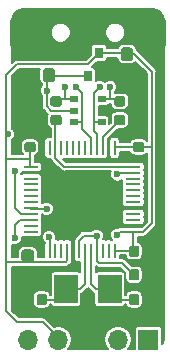
<source format=gbr>
G04 #@! TF.GenerationSoftware,KiCad,Pcbnew,5.0.2+dfsg1-1*
G04 #@! TF.CreationDate,2019-02-05T15:33:20+03:00*
G04 #@! TF.ProjectId,EvilKeys,4576696c-4b65-4797-932e-6b696361645f,1.0*
G04 #@! TF.SameCoordinates,PX7bfa480PY42c1d80*
G04 #@! TF.FileFunction,Copper,L2,Bot*
G04 #@! TF.FilePolarity,Positive*
%FSLAX46Y46*%
G04 Gerber Fmt 4.6, Leading zero omitted, Abs format (unit mm)*
G04 Created by KiCad (PCBNEW 5.0.2+dfsg1-1) date Tue 05 Feb 2019 03:33:20 PM MSK*
%MOMM*%
%LPD*%
G01*
G04 APERTURE LIST*
G04 #@! TA.AperFunction,Conductor*
%ADD10C,0.100000*%
G04 #@! TD*
G04 #@! TA.AperFunction,SMDPad,CuDef*
%ADD11C,1.050000*%
G04 #@! TD*
G04 #@! TA.AperFunction,SMDPad,CuDef*
%ADD12C,0.875000*%
G04 #@! TD*
G04 #@! TA.AperFunction,ComponentPad*
%ADD13R,1.700000X1.700000*%
G04 #@! TD*
G04 #@! TA.AperFunction,ComponentPad*
%ADD14O,1.700000X1.700000*%
G04 #@! TD*
G04 #@! TA.AperFunction,ComponentPad*
%ADD15O,1.900000X3.500000*%
G04 #@! TD*
G04 #@! TA.AperFunction,SMDPad,CuDef*
%ADD16R,0.700000X0.510000*%
G04 #@! TD*
G04 #@! TA.AperFunction,SMDPad,CuDef*
%ADD17R,0.800000X0.900000*%
G04 #@! TD*
G04 #@! TA.AperFunction,SMDPad,CuDef*
%ADD18R,0.250000X1.300000*%
G04 #@! TD*
G04 #@! TA.AperFunction,SMDPad,CuDef*
%ADD19R,1.300000X0.250000*%
G04 #@! TD*
G04 #@! TA.AperFunction,SMDPad,CuDef*
%ADD20R,2.000000X2.400000*%
G04 #@! TD*
G04 #@! TA.AperFunction,ViaPad*
%ADD21C,0.600000*%
G04 #@! TD*
G04 #@! TA.AperFunction,Conductor*
%ADD22C,0.200000*%
G04 #@! TD*
G04 APERTURE END LIST*
D10*
G04 #@! TO.N,3.3V*
G04 #@! TO.C,C8*
G36*
X2699505Y-21451204D02*
X2723773Y-21454804D01*
X2747572Y-21460765D01*
X2770671Y-21469030D01*
X2792850Y-21479520D01*
X2813893Y-21492132D01*
X2833599Y-21506747D01*
X2851777Y-21523223D01*
X2868253Y-21541401D01*
X2882868Y-21561107D01*
X2895480Y-21582150D01*
X2905970Y-21604329D01*
X2914235Y-21627428D01*
X2920196Y-21651227D01*
X2923796Y-21675495D01*
X2925000Y-21699999D01*
X2925000Y-22325001D01*
X2923796Y-22349505D01*
X2920196Y-22373773D01*
X2914235Y-22397572D01*
X2905970Y-22420671D01*
X2895480Y-22442850D01*
X2882868Y-22463893D01*
X2868253Y-22483599D01*
X2851777Y-22501777D01*
X2833599Y-22518253D01*
X2813893Y-22532868D01*
X2792850Y-22545480D01*
X2770671Y-22555970D01*
X2747572Y-22564235D01*
X2723773Y-22570196D01*
X2699505Y-22573796D01*
X2675001Y-22575000D01*
X2124999Y-22575000D01*
X2100495Y-22573796D01*
X2076227Y-22570196D01*
X2052428Y-22564235D01*
X2029329Y-22555970D01*
X2007150Y-22545480D01*
X1986107Y-22532868D01*
X1966401Y-22518253D01*
X1948223Y-22501777D01*
X1931747Y-22483599D01*
X1917132Y-22463893D01*
X1904520Y-22442850D01*
X1894030Y-22420671D01*
X1885765Y-22397572D01*
X1879804Y-22373773D01*
X1876204Y-22349505D01*
X1875000Y-22325001D01*
X1875000Y-21699999D01*
X1876204Y-21675495D01*
X1879804Y-21651227D01*
X1885765Y-21627428D01*
X1894030Y-21604329D01*
X1904520Y-21582150D01*
X1917132Y-21561107D01*
X1931747Y-21541401D01*
X1948223Y-21523223D01*
X1966401Y-21506747D01*
X1986107Y-21492132D01*
X2007150Y-21479520D01*
X2029329Y-21469030D01*
X2052428Y-21460765D01*
X2076227Y-21454804D01*
X2100495Y-21451204D01*
X2124999Y-21450000D01*
X2675001Y-21450000D01*
X2699505Y-21451204D01*
X2699505Y-21451204D01*
G37*
D11*
G04 #@! TD*
G04 #@! TO.P,C8,1*
G04 #@! TO.N,3.3V*
X2400000Y-22012500D03*
D10*
G04 #@! TO.N,GND*
G04 #@! TO.C,C8*
G36*
X2699505Y-23226204D02*
X2723773Y-23229804D01*
X2747572Y-23235765D01*
X2770671Y-23244030D01*
X2792850Y-23254520D01*
X2813893Y-23267132D01*
X2833599Y-23281747D01*
X2851777Y-23298223D01*
X2868253Y-23316401D01*
X2882868Y-23336107D01*
X2895480Y-23357150D01*
X2905970Y-23379329D01*
X2914235Y-23402428D01*
X2920196Y-23426227D01*
X2923796Y-23450495D01*
X2925000Y-23474999D01*
X2925000Y-24100001D01*
X2923796Y-24124505D01*
X2920196Y-24148773D01*
X2914235Y-24172572D01*
X2905970Y-24195671D01*
X2895480Y-24217850D01*
X2882868Y-24238893D01*
X2868253Y-24258599D01*
X2851777Y-24276777D01*
X2833599Y-24293253D01*
X2813893Y-24307868D01*
X2792850Y-24320480D01*
X2770671Y-24330970D01*
X2747572Y-24339235D01*
X2723773Y-24345196D01*
X2699505Y-24348796D01*
X2675001Y-24350000D01*
X2124999Y-24350000D01*
X2100495Y-24348796D01*
X2076227Y-24345196D01*
X2052428Y-24339235D01*
X2029329Y-24330970D01*
X2007150Y-24320480D01*
X1986107Y-24307868D01*
X1966401Y-24293253D01*
X1948223Y-24276777D01*
X1931747Y-24258599D01*
X1917132Y-24238893D01*
X1904520Y-24217850D01*
X1894030Y-24195671D01*
X1885765Y-24172572D01*
X1879804Y-24148773D01*
X1876204Y-24124505D01*
X1875000Y-24100001D01*
X1875000Y-23474999D01*
X1876204Y-23450495D01*
X1879804Y-23426227D01*
X1885765Y-23402428D01*
X1894030Y-23379329D01*
X1904520Y-23357150D01*
X1917132Y-23336107D01*
X1931747Y-23316401D01*
X1948223Y-23298223D01*
X1966401Y-23281747D01*
X1986107Y-23267132D01*
X2007150Y-23254520D01*
X2029329Y-23244030D01*
X2052428Y-23235765D01*
X2076227Y-23229804D01*
X2100495Y-23226204D01*
X2124999Y-23225000D01*
X2675001Y-23225000D01*
X2699505Y-23226204D01*
X2699505Y-23226204D01*
G37*
D11*
G04 #@! TD*
G04 #@! TO.P,C8,2*
G04 #@! TO.N,GND*
X2400000Y-23787500D03*
D10*
G04 #@! TO.N,GND*
G04 #@! TO.C,C1*
G36*
X4499505Y-4351204D02*
X4523773Y-4354804D01*
X4547572Y-4360765D01*
X4570671Y-4369030D01*
X4592850Y-4379520D01*
X4613893Y-4392132D01*
X4633599Y-4406747D01*
X4651777Y-4423223D01*
X4668253Y-4441401D01*
X4682868Y-4461107D01*
X4695480Y-4482150D01*
X4705970Y-4504329D01*
X4714235Y-4527428D01*
X4720196Y-4551227D01*
X4723796Y-4575495D01*
X4725000Y-4599999D01*
X4725000Y-5225001D01*
X4723796Y-5249505D01*
X4720196Y-5273773D01*
X4714235Y-5297572D01*
X4705970Y-5320671D01*
X4695480Y-5342850D01*
X4682868Y-5363893D01*
X4668253Y-5383599D01*
X4651777Y-5401777D01*
X4633599Y-5418253D01*
X4613893Y-5432868D01*
X4592850Y-5445480D01*
X4570671Y-5455970D01*
X4547572Y-5464235D01*
X4523773Y-5470196D01*
X4499505Y-5473796D01*
X4475001Y-5475000D01*
X3924999Y-5475000D01*
X3900495Y-5473796D01*
X3876227Y-5470196D01*
X3852428Y-5464235D01*
X3829329Y-5455970D01*
X3807150Y-5445480D01*
X3786107Y-5432868D01*
X3766401Y-5418253D01*
X3748223Y-5401777D01*
X3731747Y-5383599D01*
X3717132Y-5363893D01*
X3704520Y-5342850D01*
X3694030Y-5320671D01*
X3685765Y-5297572D01*
X3679804Y-5273773D01*
X3676204Y-5249505D01*
X3675000Y-5225001D01*
X3675000Y-4599999D01*
X3676204Y-4575495D01*
X3679804Y-4551227D01*
X3685765Y-4527428D01*
X3694030Y-4504329D01*
X3704520Y-4482150D01*
X3717132Y-4461107D01*
X3731747Y-4441401D01*
X3748223Y-4423223D01*
X3766401Y-4406747D01*
X3786107Y-4392132D01*
X3807150Y-4379520D01*
X3829329Y-4369030D01*
X3852428Y-4360765D01*
X3876227Y-4354804D01*
X3900495Y-4351204D01*
X3924999Y-4350000D01*
X4475001Y-4350000D01*
X4499505Y-4351204D01*
X4499505Y-4351204D01*
G37*
D11*
G04 #@! TD*
G04 #@! TO.P,C1,2*
G04 #@! TO.N,GND*
X4200000Y-4912500D03*
D10*
G04 #@! TO.N,5V*
G04 #@! TO.C,C1*
G36*
X4499505Y-6126204D02*
X4523773Y-6129804D01*
X4547572Y-6135765D01*
X4570671Y-6144030D01*
X4592850Y-6154520D01*
X4613893Y-6167132D01*
X4633599Y-6181747D01*
X4651777Y-6198223D01*
X4668253Y-6216401D01*
X4682868Y-6236107D01*
X4695480Y-6257150D01*
X4705970Y-6279329D01*
X4714235Y-6302428D01*
X4720196Y-6326227D01*
X4723796Y-6350495D01*
X4725000Y-6374999D01*
X4725000Y-7000001D01*
X4723796Y-7024505D01*
X4720196Y-7048773D01*
X4714235Y-7072572D01*
X4705970Y-7095671D01*
X4695480Y-7117850D01*
X4682868Y-7138893D01*
X4668253Y-7158599D01*
X4651777Y-7176777D01*
X4633599Y-7193253D01*
X4613893Y-7207868D01*
X4592850Y-7220480D01*
X4570671Y-7230970D01*
X4547572Y-7239235D01*
X4523773Y-7245196D01*
X4499505Y-7248796D01*
X4475001Y-7250000D01*
X3924999Y-7250000D01*
X3900495Y-7248796D01*
X3876227Y-7245196D01*
X3852428Y-7239235D01*
X3829329Y-7230970D01*
X3807150Y-7220480D01*
X3786107Y-7207868D01*
X3766401Y-7193253D01*
X3748223Y-7176777D01*
X3731747Y-7158599D01*
X3717132Y-7138893D01*
X3704520Y-7117850D01*
X3694030Y-7095671D01*
X3685765Y-7072572D01*
X3679804Y-7048773D01*
X3676204Y-7024505D01*
X3675000Y-7000001D01*
X3675000Y-6374999D01*
X3676204Y-6350495D01*
X3679804Y-6326227D01*
X3685765Y-6302428D01*
X3694030Y-6279329D01*
X3704520Y-6257150D01*
X3717132Y-6236107D01*
X3731747Y-6216401D01*
X3748223Y-6198223D01*
X3766401Y-6181747D01*
X3786107Y-6167132D01*
X3807150Y-6154520D01*
X3829329Y-6144030D01*
X3852428Y-6135765D01*
X3876227Y-6129804D01*
X3900495Y-6126204D01*
X3924999Y-6125000D01*
X4475001Y-6125000D01*
X4499505Y-6126204D01*
X4499505Y-6126204D01*
G37*
D11*
G04 #@! TD*
G04 #@! TO.P,C1,1*
G04 #@! TO.N,5V*
X4200000Y-6687500D03*
D10*
G04 #@! TO.N,3.3V*
G04 #@! TO.C,C2*
G36*
X11099505Y-4351204D02*
X11123773Y-4354804D01*
X11147572Y-4360765D01*
X11170671Y-4369030D01*
X11192850Y-4379520D01*
X11213893Y-4392132D01*
X11233599Y-4406747D01*
X11251777Y-4423223D01*
X11268253Y-4441401D01*
X11282868Y-4461107D01*
X11295480Y-4482150D01*
X11305970Y-4504329D01*
X11314235Y-4527428D01*
X11320196Y-4551227D01*
X11323796Y-4575495D01*
X11325000Y-4599999D01*
X11325000Y-5225001D01*
X11323796Y-5249505D01*
X11320196Y-5273773D01*
X11314235Y-5297572D01*
X11305970Y-5320671D01*
X11295480Y-5342850D01*
X11282868Y-5363893D01*
X11268253Y-5383599D01*
X11251777Y-5401777D01*
X11233599Y-5418253D01*
X11213893Y-5432868D01*
X11192850Y-5445480D01*
X11170671Y-5455970D01*
X11147572Y-5464235D01*
X11123773Y-5470196D01*
X11099505Y-5473796D01*
X11075001Y-5475000D01*
X10524999Y-5475000D01*
X10500495Y-5473796D01*
X10476227Y-5470196D01*
X10452428Y-5464235D01*
X10429329Y-5455970D01*
X10407150Y-5445480D01*
X10386107Y-5432868D01*
X10366401Y-5418253D01*
X10348223Y-5401777D01*
X10331747Y-5383599D01*
X10317132Y-5363893D01*
X10304520Y-5342850D01*
X10294030Y-5320671D01*
X10285765Y-5297572D01*
X10279804Y-5273773D01*
X10276204Y-5249505D01*
X10275000Y-5225001D01*
X10275000Y-4599999D01*
X10276204Y-4575495D01*
X10279804Y-4551227D01*
X10285765Y-4527428D01*
X10294030Y-4504329D01*
X10304520Y-4482150D01*
X10317132Y-4461107D01*
X10331747Y-4441401D01*
X10348223Y-4423223D01*
X10366401Y-4406747D01*
X10386107Y-4392132D01*
X10407150Y-4379520D01*
X10429329Y-4369030D01*
X10452428Y-4360765D01*
X10476227Y-4354804D01*
X10500495Y-4351204D01*
X10524999Y-4350000D01*
X11075001Y-4350000D01*
X11099505Y-4351204D01*
X11099505Y-4351204D01*
G37*
D11*
G04 #@! TD*
G04 #@! TO.P,C2,1*
G04 #@! TO.N,3.3V*
X10800000Y-4912500D03*
D10*
G04 #@! TO.N,GND*
G04 #@! TO.C,C2*
G36*
X11099505Y-6126204D02*
X11123773Y-6129804D01*
X11147572Y-6135765D01*
X11170671Y-6144030D01*
X11192850Y-6154520D01*
X11213893Y-6167132D01*
X11233599Y-6181747D01*
X11251777Y-6198223D01*
X11268253Y-6216401D01*
X11282868Y-6236107D01*
X11295480Y-6257150D01*
X11305970Y-6279329D01*
X11314235Y-6302428D01*
X11320196Y-6326227D01*
X11323796Y-6350495D01*
X11325000Y-6374999D01*
X11325000Y-7000001D01*
X11323796Y-7024505D01*
X11320196Y-7048773D01*
X11314235Y-7072572D01*
X11305970Y-7095671D01*
X11295480Y-7117850D01*
X11282868Y-7138893D01*
X11268253Y-7158599D01*
X11251777Y-7176777D01*
X11233599Y-7193253D01*
X11213893Y-7207868D01*
X11192850Y-7220480D01*
X11170671Y-7230970D01*
X11147572Y-7239235D01*
X11123773Y-7245196D01*
X11099505Y-7248796D01*
X11075001Y-7250000D01*
X10524999Y-7250000D01*
X10500495Y-7248796D01*
X10476227Y-7245196D01*
X10452428Y-7239235D01*
X10429329Y-7230970D01*
X10407150Y-7220480D01*
X10386107Y-7207868D01*
X10366401Y-7193253D01*
X10348223Y-7176777D01*
X10331747Y-7158599D01*
X10317132Y-7138893D01*
X10304520Y-7117850D01*
X10294030Y-7095671D01*
X10285765Y-7072572D01*
X10279804Y-7048773D01*
X10276204Y-7024505D01*
X10275000Y-7000001D01*
X10275000Y-6374999D01*
X10276204Y-6350495D01*
X10279804Y-6326227D01*
X10285765Y-6302428D01*
X10294030Y-6279329D01*
X10304520Y-6257150D01*
X10317132Y-6236107D01*
X10331747Y-6216401D01*
X10348223Y-6198223D01*
X10366401Y-6181747D01*
X10386107Y-6167132D01*
X10407150Y-6154520D01*
X10429329Y-6144030D01*
X10452428Y-6135765D01*
X10476227Y-6129804D01*
X10500495Y-6126204D01*
X10524999Y-6125000D01*
X11075001Y-6125000D01*
X11099505Y-6126204D01*
X11099505Y-6126204D01*
G37*
D11*
G04 #@! TD*
G04 #@! TO.P,C2,2*
G04 #@! TO.N,GND*
X10800000Y-6687500D03*
D10*
G04 #@! TO.N,GND*
G04 #@! TO.C,C3*
G36*
X12077691Y-10776053D02*
X12098926Y-10779203D01*
X12119750Y-10784419D01*
X12139962Y-10791651D01*
X12159368Y-10800830D01*
X12177781Y-10811866D01*
X12195024Y-10824654D01*
X12210930Y-10839070D01*
X12225346Y-10854976D01*
X12238134Y-10872219D01*
X12249170Y-10890632D01*
X12258349Y-10910038D01*
X12265581Y-10930250D01*
X12270797Y-10951074D01*
X12273947Y-10972309D01*
X12275000Y-10993750D01*
X12275000Y-11431250D01*
X12273947Y-11452691D01*
X12270797Y-11473926D01*
X12265581Y-11494750D01*
X12258349Y-11514962D01*
X12249170Y-11534368D01*
X12238134Y-11552781D01*
X12225346Y-11570024D01*
X12210930Y-11585930D01*
X12195024Y-11600346D01*
X12177781Y-11613134D01*
X12159368Y-11624170D01*
X12139962Y-11633349D01*
X12119750Y-11640581D01*
X12098926Y-11645797D01*
X12077691Y-11648947D01*
X12056250Y-11650000D01*
X11543750Y-11650000D01*
X11522309Y-11648947D01*
X11501074Y-11645797D01*
X11480250Y-11640581D01*
X11460038Y-11633349D01*
X11440632Y-11624170D01*
X11422219Y-11613134D01*
X11404976Y-11600346D01*
X11389070Y-11585930D01*
X11374654Y-11570024D01*
X11361866Y-11552781D01*
X11350830Y-11534368D01*
X11341651Y-11514962D01*
X11334419Y-11494750D01*
X11329203Y-11473926D01*
X11326053Y-11452691D01*
X11325000Y-11431250D01*
X11325000Y-10993750D01*
X11326053Y-10972309D01*
X11329203Y-10951074D01*
X11334419Y-10930250D01*
X11341651Y-10910038D01*
X11350830Y-10890632D01*
X11361866Y-10872219D01*
X11374654Y-10854976D01*
X11389070Y-10839070D01*
X11404976Y-10824654D01*
X11422219Y-10811866D01*
X11440632Y-10800830D01*
X11460038Y-10791651D01*
X11480250Y-10784419D01*
X11501074Y-10779203D01*
X11522309Y-10776053D01*
X11543750Y-10775000D01*
X12056250Y-10775000D01*
X12077691Y-10776053D01*
X12077691Y-10776053D01*
G37*
D12*
G04 #@! TD*
G04 #@! TO.P,C3,1*
G04 #@! TO.N,GND*
X11800000Y-11212500D03*
D10*
G04 #@! TO.N,3.3V*
G04 #@! TO.C,C3*
G36*
X12077691Y-12351053D02*
X12098926Y-12354203D01*
X12119750Y-12359419D01*
X12139962Y-12366651D01*
X12159368Y-12375830D01*
X12177781Y-12386866D01*
X12195024Y-12399654D01*
X12210930Y-12414070D01*
X12225346Y-12429976D01*
X12238134Y-12447219D01*
X12249170Y-12465632D01*
X12258349Y-12485038D01*
X12265581Y-12505250D01*
X12270797Y-12526074D01*
X12273947Y-12547309D01*
X12275000Y-12568750D01*
X12275000Y-13006250D01*
X12273947Y-13027691D01*
X12270797Y-13048926D01*
X12265581Y-13069750D01*
X12258349Y-13089962D01*
X12249170Y-13109368D01*
X12238134Y-13127781D01*
X12225346Y-13145024D01*
X12210930Y-13160930D01*
X12195024Y-13175346D01*
X12177781Y-13188134D01*
X12159368Y-13199170D01*
X12139962Y-13208349D01*
X12119750Y-13215581D01*
X12098926Y-13220797D01*
X12077691Y-13223947D01*
X12056250Y-13225000D01*
X11543750Y-13225000D01*
X11522309Y-13223947D01*
X11501074Y-13220797D01*
X11480250Y-13215581D01*
X11460038Y-13208349D01*
X11440632Y-13199170D01*
X11422219Y-13188134D01*
X11404976Y-13175346D01*
X11389070Y-13160930D01*
X11374654Y-13145024D01*
X11361866Y-13127781D01*
X11350830Y-13109368D01*
X11341651Y-13089962D01*
X11334419Y-13069750D01*
X11329203Y-13048926D01*
X11326053Y-13027691D01*
X11325000Y-13006250D01*
X11325000Y-12568750D01*
X11326053Y-12547309D01*
X11329203Y-12526074D01*
X11334419Y-12505250D01*
X11341651Y-12485038D01*
X11350830Y-12465632D01*
X11361866Y-12447219D01*
X11374654Y-12429976D01*
X11389070Y-12414070D01*
X11404976Y-12399654D01*
X11422219Y-12386866D01*
X11440632Y-12375830D01*
X11460038Y-12366651D01*
X11480250Y-12359419D01*
X11501074Y-12354203D01*
X11522309Y-12351053D01*
X11543750Y-12350000D01*
X12056250Y-12350000D01*
X12077691Y-12351053D01*
X12077691Y-12351053D01*
G37*
D12*
G04 #@! TD*
G04 #@! TO.P,C3,2*
G04 #@! TO.N,3.3V*
X11800000Y-12787500D03*
D10*
G04 #@! TO.N,GND*
G04 #@! TO.C,C4*
G36*
X13227691Y-25226053D02*
X13248926Y-25229203D01*
X13269750Y-25234419D01*
X13289962Y-25241651D01*
X13309368Y-25250830D01*
X13327781Y-25261866D01*
X13345024Y-25274654D01*
X13360930Y-25289070D01*
X13375346Y-25304976D01*
X13388134Y-25322219D01*
X13399170Y-25340632D01*
X13408349Y-25360038D01*
X13415581Y-25380250D01*
X13420797Y-25401074D01*
X13423947Y-25422309D01*
X13425000Y-25443750D01*
X13425000Y-25956250D01*
X13423947Y-25977691D01*
X13420797Y-25998926D01*
X13415581Y-26019750D01*
X13408349Y-26039962D01*
X13399170Y-26059368D01*
X13388134Y-26077781D01*
X13375346Y-26095024D01*
X13360930Y-26110930D01*
X13345024Y-26125346D01*
X13327781Y-26138134D01*
X13309368Y-26149170D01*
X13289962Y-26158349D01*
X13269750Y-26165581D01*
X13248926Y-26170797D01*
X13227691Y-26173947D01*
X13206250Y-26175000D01*
X12768750Y-26175000D01*
X12747309Y-26173947D01*
X12726074Y-26170797D01*
X12705250Y-26165581D01*
X12685038Y-26158349D01*
X12665632Y-26149170D01*
X12647219Y-26138134D01*
X12629976Y-26125346D01*
X12614070Y-26110930D01*
X12599654Y-26095024D01*
X12586866Y-26077781D01*
X12575830Y-26059368D01*
X12566651Y-26039962D01*
X12559419Y-26019750D01*
X12554203Y-25998926D01*
X12551053Y-25977691D01*
X12550000Y-25956250D01*
X12550000Y-25443750D01*
X12551053Y-25422309D01*
X12554203Y-25401074D01*
X12559419Y-25380250D01*
X12566651Y-25360038D01*
X12575830Y-25340632D01*
X12586866Y-25322219D01*
X12599654Y-25304976D01*
X12614070Y-25289070D01*
X12629976Y-25274654D01*
X12647219Y-25261866D01*
X12665632Y-25250830D01*
X12685038Y-25241651D01*
X12705250Y-25234419D01*
X12726074Y-25229203D01*
X12747309Y-25226053D01*
X12768750Y-25225000D01*
X13206250Y-25225000D01*
X13227691Y-25226053D01*
X13227691Y-25226053D01*
G37*
D12*
G04 #@! TD*
G04 #@! TO.P,C4,2*
G04 #@! TO.N,GND*
X12987500Y-25700000D03*
D10*
G04 #@! TO.N,Net-(C4-Pad1)*
G04 #@! TO.C,C4*
G36*
X11652691Y-25226053D02*
X11673926Y-25229203D01*
X11694750Y-25234419D01*
X11714962Y-25241651D01*
X11734368Y-25250830D01*
X11752781Y-25261866D01*
X11770024Y-25274654D01*
X11785930Y-25289070D01*
X11800346Y-25304976D01*
X11813134Y-25322219D01*
X11824170Y-25340632D01*
X11833349Y-25360038D01*
X11840581Y-25380250D01*
X11845797Y-25401074D01*
X11848947Y-25422309D01*
X11850000Y-25443750D01*
X11850000Y-25956250D01*
X11848947Y-25977691D01*
X11845797Y-25998926D01*
X11840581Y-26019750D01*
X11833349Y-26039962D01*
X11824170Y-26059368D01*
X11813134Y-26077781D01*
X11800346Y-26095024D01*
X11785930Y-26110930D01*
X11770024Y-26125346D01*
X11752781Y-26138134D01*
X11734368Y-26149170D01*
X11714962Y-26158349D01*
X11694750Y-26165581D01*
X11673926Y-26170797D01*
X11652691Y-26173947D01*
X11631250Y-26175000D01*
X11193750Y-26175000D01*
X11172309Y-26173947D01*
X11151074Y-26170797D01*
X11130250Y-26165581D01*
X11110038Y-26158349D01*
X11090632Y-26149170D01*
X11072219Y-26138134D01*
X11054976Y-26125346D01*
X11039070Y-26110930D01*
X11024654Y-26095024D01*
X11011866Y-26077781D01*
X11000830Y-26059368D01*
X10991651Y-26039962D01*
X10984419Y-26019750D01*
X10979203Y-25998926D01*
X10976053Y-25977691D01*
X10975000Y-25956250D01*
X10975000Y-25443750D01*
X10976053Y-25422309D01*
X10979203Y-25401074D01*
X10984419Y-25380250D01*
X10991651Y-25360038D01*
X11000830Y-25340632D01*
X11011866Y-25322219D01*
X11024654Y-25304976D01*
X11039070Y-25289070D01*
X11054976Y-25274654D01*
X11072219Y-25261866D01*
X11090632Y-25250830D01*
X11110038Y-25241651D01*
X11130250Y-25234419D01*
X11151074Y-25229203D01*
X11172309Y-25226053D01*
X11193750Y-25225000D01*
X11631250Y-25225000D01*
X11652691Y-25226053D01*
X11652691Y-25226053D01*
G37*
D12*
G04 #@! TD*
G04 #@! TO.P,C4,1*
G04 #@! TO.N,Net-(C4-Pad1)*
X11412500Y-25700000D03*
D10*
G04 #@! TO.N,Net-(C5-Pad1)*
G04 #@! TO.C,C5*
G36*
X3827691Y-25226053D02*
X3848926Y-25229203D01*
X3869750Y-25234419D01*
X3889962Y-25241651D01*
X3909368Y-25250830D01*
X3927781Y-25261866D01*
X3945024Y-25274654D01*
X3960930Y-25289070D01*
X3975346Y-25304976D01*
X3988134Y-25322219D01*
X3999170Y-25340632D01*
X4008349Y-25360038D01*
X4015581Y-25380250D01*
X4020797Y-25401074D01*
X4023947Y-25422309D01*
X4025000Y-25443750D01*
X4025000Y-25956250D01*
X4023947Y-25977691D01*
X4020797Y-25998926D01*
X4015581Y-26019750D01*
X4008349Y-26039962D01*
X3999170Y-26059368D01*
X3988134Y-26077781D01*
X3975346Y-26095024D01*
X3960930Y-26110930D01*
X3945024Y-26125346D01*
X3927781Y-26138134D01*
X3909368Y-26149170D01*
X3889962Y-26158349D01*
X3869750Y-26165581D01*
X3848926Y-26170797D01*
X3827691Y-26173947D01*
X3806250Y-26175000D01*
X3368750Y-26175000D01*
X3347309Y-26173947D01*
X3326074Y-26170797D01*
X3305250Y-26165581D01*
X3285038Y-26158349D01*
X3265632Y-26149170D01*
X3247219Y-26138134D01*
X3229976Y-26125346D01*
X3214070Y-26110930D01*
X3199654Y-26095024D01*
X3186866Y-26077781D01*
X3175830Y-26059368D01*
X3166651Y-26039962D01*
X3159419Y-26019750D01*
X3154203Y-25998926D01*
X3151053Y-25977691D01*
X3150000Y-25956250D01*
X3150000Y-25443750D01*
X3151053Y-25422309D01*
X3154203Y-25401074D01*
X3159419Y-25380250D01*
X3166651Y-25360038D01*
X3175830Y-25340632D01*
X3186866Y-25322219D01*
X3199654Y-25304976D01*
X3214070Y-25289070D01*
X3229976Y-25274654D01*
X3247219Y-25261866D01*
X3265632Y-25250830D01*
X3285038Y-25241651D01*
X3305250Y-25234419D01*
X3326074Y-25229203D01*
X3347309Y-25226053D01*
X3368750Y-25225000D01*
X3806250Y-25225000D01*
X3827691Y-25226053D01*
X3827691Y-25226053D01*
G37*
D12*
G04 #@! TD*
G04 #@! TO.P,C5,1*
G04 #@! TO.N,Net-(C5-Pad1)*
X3587500Y-25700000D03*
D10*
G04 #@! TO.N,GND*
G04 #@! TO.C,C5*
G36*
X2252691Y-25226053D02*
X2273926Y-25229203D01*
X2294750Y-25234419D01*
X2314962Y-25241651D01*
X2334368Y-25250830D01*
X2352781Y-25261866D01*
X2370024Y-25274654D01*
X2385930Y-25289070D01*
X2400346Y-25304976D01*
X2413134Y-25322219D01*
X2424170Y-25340632D01*
X2433349Y-25360038D01*
X2440581Y-25380250D01*
X2445797Y-25401074D01*
X2448947Y-25422309D01*
X2450000Y-25443750D01*
X2450000Y-25956250D01*
X2448947Y-25977691D01*
X2445797Y-25998926D01*
X2440581Y-26019750D01*
X2433349Y-26039962D01*
X2424170Y-26059368D01*
X2413134Y-26077781D01*
X2400346Y-26095024D01*
X2385930Y-26110930D01*
X2370024Y-26125346D01*
X2352781Y-26138134D01*
X2334368Y-26149170D01*
X2314962Y-26158349D01*
X2294750Y-26165581D01*
X2273926Y-26170797D01*
X2252691Y-26173947D01*
X2231250Y-26175000D01*
X1793750Y-26175000D01*
X1772309Y-26173947D01*
X1751074Y-26170797D01*
X1730250Y-26165581D01*
X1710038Y-26158349D01*
X1690632Y-26149170D01*
X1672219Y-26138134D01*
X1654976Y-26125346D01*
X1639070Y-26110930D01*
X1624654Y-26095024D01*
X1611866Y-26077781D01*
X1600830Y-26059368D01*
X1591651Y-26039962D01*
X1584419Y-26019750D01*
X1579203Y-25998926D01*
X1576053Y-25977691D01*
X1575000Y-25956250D01*
X1575000Y-25443750D01*
X1576053Y-25422309D01*
X1579203Y-25401074D01*
X1584419Y-25380250D01*
X1591651Y-25360038D01*
X1600830Y-25340632D01*
X1611866Y-25322219D01*
X1624654Y-25304976D01*
X1639070Y-25289070D01*
X1654976Y-25274654D01*
X1672219Y-25261866D01*
X1690632Y-25250830D01*
X1710038Y-25241651D01*
X1730250Y-25234419D01*
X1751074Y-25229203D01*
X1772309Y-25226053D01*
X1793750Y-25225000D01*
X2231250Y-25225000D01*
X2252691Y-25226053D01*
X2252691Y-25226053D01*
G37*
D12*
G04 #@! TD*
G04 #@! TO.P,C5,2*
G04 #@! TO.N,GND*
X2012500Y-25700000D03*
D10*
G04 #@! TO.N,3.3V*
G04 #@! TO.C,C6*
G36*
X2877691Y-12351053D02*
X2898926Y-12354203D01*
X2919750Y-12359419D01*
X2939962Y-12366651D01*
X2959368Y-12375830D01*
X2977781Y-12386866D01*
X2995024Y-12399654D01*
X3010930Y-12414070D01*
X3025346Y-12429976D01*
X3038134Y-12447219D01*
X3049170Y-12465632D01*
X3058349Y-12485038D01*
X3065581Y-12505250D01*
X3070797Y-12526074D01*
X3073947Y-12547309D01*
X3075000Y-12568750D01*
X3075000Y-13006250D01*
X3073947Y-13027691D01*
X3070797Y-13048926D01*
X3065581Y-13069750D01*
X3058349Y-13089962D01*
X3049170Y-13109368D01*
X3038134Y-13127781D01*
X3025346Y-13145024D01*
X3010930Y-13160930D01*
X2995024Y-13175346D01*
X2977781Y-13188134D01*
X2959368Y-13199170D01*
X2939962Y-13208349D01*
X2919750Y-13215581D01*
X2898926Y-13220797D01*
X2877691Y-13223947D01*
X2856250Y-13225000D01*
X2343750Y-13225000D01*
X2322309Y-13223947D01*
X2301074Y-13220797D01*
X2280250Y-13215581D01*
X2260038Y-13208349D01*
X2240632Y-13199170D01*
X2222219Y-13188134D01*
X2204976Y-13175346D01*
X2189070Y-13160930D01*
X2174654Y-13145024D01*
X2161866Y-13127781D01*
X2150830Y-13109368D01*
X2141651Y-13089962D01*
X2134419Y-13069750D01*
X2129203Y-13048926D01*
X2126053Y-13027691D01*
X2125000Y-13006250D01*
X2125000Y-12568750D01*
X2126053Y-12547309D01*
X2129203Y-12526074D01*
X2134419Y-12505250D01*
X2141651Y-12485038D01*
X2150830Y-12465632D01*
X2161866Y-12447219D01*
X2174654Y-12429976D01*
X2189070Y-12414070D01*
X2204976Y-12399654D01*
X2222219Y-12386866D01*
X2240632Y-12375830D01*
X2260038Y-12366651D01*
X2280250Y-12359419D01*
X2301074Y-12354203D01*
X2322309Y-12351053D01*
X2343750Y-12350000D01*
X2856250Y-12350000D01*
X2877691Y-12351053D01*
X2877691Y-12351053D01*
G37*
D12*
G04 #@! TD*
G04 #@! TO.P,C6,2*
G04 #@! TO.N,3.3V*
X2600000Y-12787500D03*
D10*
G04 #@! TO.N,GND*
G04 #@! TO.C,C6*
G36*
X2877691Y-10776053D02*
X2898926Y-10779203D01*
X2919750Y-10784419D01*
X2939962Y-10791651D01*
X2959368Y-10800830D01*
X2977781Y-10811866D01*
X2995024Y-10824654D01*
X3010930Y-10839070D01*
X3025346Y-10854976D01*
X3038134Y-10872219D01*
X3049170Y-10890632D01*
X3058349Y-10910038D01*
X3065581Y-10930250D01*
X3070797Y-10951074D01*
X3073947Y-10972309D01*
X3075000Y-10993750D01*
X3075000Y-11431250D01*
X3073947Y-11452691D01*
X3070797Y-11473926D01*
X3065581Y-11494750D01*
X3058349Y-11514962D01*
X3049170Y-11534368D01*
X3038134Y-11552781D01*
X3025346Y-11570024D01*
X3010930Y-11585930D01*
X2995024Y-11600346D01*
X2977781Y-11613134D01*
X2959368Y-11624170D01*
X2939962Y-11633349D01*
X2919750Y-11640581D01*
X2898926Y-11645797D01*
X2877691Y-11648947D01*
X2856250Y-11650000D01*
X2343750Y-11650000D01*
X2322309Y-11648947D01*
X2301074Y-11645797D01*
X2280250Y-11640581D01*
X2260038Y-11633349D01*
X2240632Y-11624170D01*
X2222219Y-11613134D01*
X2204976Y-11600346D01*
X2189070Y-11585930D01*
X2174654Y-11570024D01*
X2161866Y-11552781D01*
X2150830Y-11534368D01*
X2141651Y-11514962D01*
X2134419Y-11494750D01*
X2129203Y-11473926D01*
X2126053Y-11452691D01*
X2125000Y-11431250D01*
X2125000Y-10993750D01*
X2126053Y-10972309D01*
X2129203Y-10951074D01*
X2134419Y-10930250D01*
X2141651Y-10910038D01*
X2150830Y-10890632D01*
X2161866Y-10872219D01*
X2174654Y-10854976D01*
X2189070Y-10839070D01*
X2204976Y-10824654D01*
X2222219Y-10811866D01*
X2240632Y-10800830D01*
X2260038Y-10791651D01*
X2280250Y-10784419D01*
X2301074Y-10779203D01*
X2322309Y-10776053D01*
X2343750Y-10775000D01*
X2856250Y-10775000D01*
X2877691Y-10776053D01*
X2877691Y-10776053D01*
G37*
D12*
G04 #@! TD*
G04 #@! TO.P,C6,1*
G04 #@! TO.N,GND*
X2600000Y-11212500D03*
D10*
G04 #@! TO.N,GND*
G04 #@! TO.C,C7*
G36*
X13227691Y-21126053D02*
X13248926Y-21129203D01*
X13269750Y-21134419D01*
X13289962Y-21141651D01*
X13309368Y-21150830D01*
X13327781Y-21161866D01*
X13345024Y-21174654D01*
X13360930Y-21189070D01*
X13375346Y-21204976D01*
X13388134Y-21222219D01*
X13399170Y-21240632D01*
X13408349Y-21260038D01*
X13415581Y-21280250D01*
X13420797Y-21301074D01*
X13423947Y-21322309D01*
X13425000Y-21343750D01*
X13425000Y-21856250D01*
X13423947Y-21877691D01*
X13420797Y-21898926D01*
X13415581Y-21919750D01*
X13408349Y-21939962D01*
X13399170Y-21959368D01*
X13388134Y-21977781D01*
X13375346Y-21995024D01*
X13360930Y-22010930D01*
X13345024Y-22025346D01*
X13327781Y-22038134D01*
X13309368Y-22049170D01*
X13289962Y-22058349D01*
X13269750Y-22065581D01*
X13248926Y-22070797D01*
X13227691Y-22073947D01*
X13206250Y-22075000D01*
X12768750Y-22075000D01*
X12747309Y-22073947D01*
X12726074Y-22070797D01*
X12705250Y-22065581D01*
X12685038Y-22058349D01*
X12665632Y-22049170D01*
X12647219Y-22038134D01*
X12629976Y-22025346D01*
X12614070Y-22010930D01*
X12599654Y-21995024D01*
X12586866Y-21977781D01*
X12575830Y-21959368D01*
X12566651Y-21939962D01*
X12559419Y-21919750D01*
X12554203Y-21898926D01*
X12551053Y-21877691D01*
X12550000Y-21856250D01*
X12550000Y-21343750D01*
X12551053Y-21322309D01*
X12554203Y-21301074D01*
X12559419Y-21280250D01*
X12566651Y-21260038D01*
X12575830Y-21240632D01*
X12586866Y-21222219D01*
X12599654Y-21204976D01*
X12614070Y-21189070D01*
X12629976Y-21174654D01*
X12647219Y-21161866D01*
X12665632Y-21150830D01*
X12685038Y-21141651D01*
X12705250Y-21134419D01*
X12726074Y-21129203D01*
X12747309Y-21126053D01*
X12768750Y-21125000D01*
X13206250Y-21125000D01*
X13227691Y-21126053D01*
X13227691Y-21126053D01*
G37*
D12*
G04 #@! TD*
G04 #@! TO.P,C7,1*
G04 #@! TO.N,GND*
X12987500Y-21600000D03*
D10*
G04 #@! TO.N,3.3V*
G04 #@! TO.C,C7*
G36*
X11652691Y-21126053D02*
X11673926Y-21129203D01*
X11694750Y-21134419D01*
X11714962Y-21141651D01*
X11734368Y-21150830D01*
X11752781Y-21161866D01*
X11770024Y-21174654D01*
X11785930Y-21189070D01*
X11800346Y-21204976D01*
X11813134Y-21222219D01*
X11824170Y-21240632D01*
X11833349Y-21260038D01*
X11840581Y-21280250D01*
X11845797Y-21301074D01*
X11848947Y-21322309D01*
X11850000Y-21343750D01*
X11850000Y-21856250D01*
X11848947Y-21877691D01*
X11845797Y-21898926D01*
X11840581Y-21919750D01*
X11833349Y-21939962D01*
X11824170Y-21959368D01*
X11813134Y-21977781D01*
X11800346Y-21995024D01*
X11785930Y-22010930D01*
X11770024Y-22025346D01*
X11752781Y-22038134D01*
X11734368Y-22049170D01*
X11714962Y-22058349D01*
X11694750Y-22065581D01*
X11673926Y-22070797D01*
X11652691Y-22073947D01*
X11631250Y-22075000D01*
X11193750Y-22075000D01*
X11172309Y-22073947D01*
X11151074Y-22070797D01*
X11130250Y-22065581D01*
X11110038Y-22058349D01*
X11090632Y-22049170D01*
X11072219Y-22038134D01*
X11054976Y-22025346D01*
X11039070Y-22010930D01*
X11024654Y-21995024D01*
X11011866Y-21977781D01*
X11000830Y-21959368D01*
X10991651Y-21939962D01*
X10984419Y-21919750D01*
X10979203Y-21898926D01*
X10976053Y-21877691D01*
X10975000Y-21856250D01*
X10975000Y-21343750D01*
X10976053Y-21322309D01*
X10979203Y-21301074D01*
X10984419Y-21280250D01*
X10991651Y-21260038D01*
X11000830Y-21240632D01*
X11011866Y-21222219D01*
X11024654Y-21204976D01*
X11039070Y-21189070D01*
X11054976Y-21174654D01*
X11072219Y-21161866D01*
X11090632Y-21150830D01*
X11110038Y-21141651D01*
X11130250Y-21134419D01*
X11151074Y-21129203D01*
X11172309Y-21126053D01*
X11193750Y-21125000D01*
X11631250Y-21125000D01*
X11652691Y-21126053D01*
X11652691Y-21126053D01*
G37*
D12*
G04 #@! TD*
G04 #@! TO.P,C7,2*
G04 #@! TO.N,3.3V*
X11412500Y-21600000D03*
D13*
G04 #@! TO.P,CON1,1*
G04 #@! TO.N,swclk*
X12600000Y-29100000D03*
D14*
G04 #@! TO.P,CON1,2*
G04 #@! TO.N,swdio*
X10060000Y-29100000D03*
G04 #@! TO.P,CON1,3*
G04 #@! TO.N,GND*
X7520000Y-29100000D03*
G04 #@! TO.P,CON1,4*
G04 #@! TO.N,3.3V*
X4980000Y-29100000D03*
G04 #@! TO.P,CON1,5*
G04 #@! TO.N,Net-(CON1-Pad5)*
X2440000Y-29100000D03*
G04 #@! TD*
D15*
G04 #@! TO.P,J1,5*
G04 #@! TO.N,GND*
X1800000Y-3100000D03*
X13200000Y-3100000D03*
G04 #@! TD*
D10*
G04 #@! TO.N,swclk*
G04 #@! TO.C,R1*
G36*
X5077691Y-8476053D02*
X5098926Y-8479203D01*
X5119750Y-8484419D01*
X5139962Y-8491651D01*
X5159368Y-8500830D01*
X5177781Y-8511866D01*
X5195024Y-8524654D01*
X5210930Y-8539070D01*
X5225346Y-8554976D01*
X5238134Y-8572219D01*
X5249170Y-8590632D01*
X5258349Y-8610038D01*
X5265581Y-8630250D01*
X5270797Y-8651074D01*
X5273947Y-8672309D01*
X5275000Y-8693750D01*
X5275000Y-9131250D01*
X5273947Y-9152691D01*
X5270797Y-9173926D01*
X5265581Y-9194750D01*
X5258349Y-9214962D01*
X5249170Y-9234368D01*
X5238134Y-9252781D01*
X5225346Y-9270024D01*
X5210930Y-9285930D01*
X5195024Y-9300346D01*
X5177781Y-9313134D01*
X5159368Y-9324170D01*
X5139962Y-9333349D01*
X5119750Y-9340581D01*
X5098926Y-9345797D01*
X5077691Y-9348947D01*
X5056250Y-9350000D01*
X4543750Y-9350000D01*
X4522309Y-9348947D01*
X4501074Y-9345797D01*
X4480250Y-9340581D01*
X4460038Y-9333349D01*
X4440632Y-9324170D01*
X4422219Y-9313134D01*
X4404976Y-9300346D01*
X4389070Y-9285930D01*
X4374654Y-9270024D01*
X4361866Y-9252781D01*
X4350830Y-9234368D01*
X4341651Y-9214962D01*
X4334419Y-9194750D01*
X4329203Y-9173926D01*
X4326053Y-9152691D01*
X4325000Y-9131250D01*
X4325000Y-8693750D01*
X4326053Y-8672309D01*
X4329203Y-8651074D01*
X4334419Y-8630250D01*
X4341651Y-8610038D01*
X4350830Y-8590632D01*
X4361866Y-8572219D01*
X4374654Y-8554976D01*
X4389070Y-8539070D01*
X4404976Y-8524654D01*
X4422219Y-8511866D01*
X4440632Y-8500830D01*
X4460038Y-8491651D01*
X4480250Y-8484419D01*
X4501074Y-8479203D01*
X4522309Y-8476053D01*
X4543750Y-8475000D01*
X5056250Y-8475000D01*
X5077691Y-8476053D01*
X5077691Y-8476053D01*
G37*
D12*
G04 #@! TD*
G04 #@! TO.P,R1,1*
G04 #@! TO.N,swclk*
X4800000Y-8912500D03*
D10*
G04 #@! TO.N,nc1*
G04 #@! TO.C,R1*
G36*
X5077691Y-10051053D02*
X5098926Y-10054203D01*
X5119750Y-10059419D01*
X5139962Y-10066651D01*
X5159368Y-10075830D01*
X5177781Y-10086866D01*
X5195024Y-10099654D01*
X5210930Y-10114070D01*
X5225346Y-10129976D01*
X5238134Y-10147219D01*
X5249170Y-10165632D01*
X5258349Y-10185038D01*
X5265581Y-10205250D01*
X5270797Y-10226074D01*
X5273947Y-10247309D01*
X5275000Y-10268750D01*
X5275000Y-10706250D01*
X5273947Y-10727691D01*
X5270797Y-10748926D01*
X5265581Y-10769750D01*
X5258349Y-10789962D01*
X5249170Y-10809368D01*
X5238134Y-10827781D01*
X5225346Y-10845024D01*
X5210930Y-10860930D01*
X5195024Y-10875346D01*
X5177781Y-10888134D01*
X5159368Y-10899170D01*
X5139962Y-10908349D01*
X5119750Y-10915581D01*
X5098926Y-10920797D01*
X5077691Y-10923947D01*
X5056250Y-10925000D01*
X4543750Y-10925000D01*
X4522309Y-10923947D01*
X4501074Y-10920797D01*
X4480250Y-10915581D01*
X4460038Y-10908349D01*
X4440632Y-10899170D01*
X4422219Y-10888134D01*
X4404976Y-10875346D01*
X4389070Y-10860930D01*
X4374654Y-10845024D01*
X4361866Y-10827781D01*
X4350830Y-10809368D01*
X4341651Y-10789962D01*
X4334419Y-10769750D01*
X4329203Y-10748926D01*
X4326053Y-10727691D01*
X4325000Y-10706250D01*
X4325000Y-10268750D01*
X4326053Y-10247309D01*
X4329203Y-10226074D01*
X4334419Y-10205250D01*
X4341651Y-10185038D01*
X4350830Y-10165632D01*
X4361866Y-10147219D01*
X4374654Y-10129976D01*
X4389070Y-10114070D01*
X4404976Y-10099654D01*
X4422219Y-10086866D01*
X4440632Y-10075830D01*
X4460038Y-10066651D01*
X4480250Y-10059419D01*
X4501074Y-10054203D01*
X4522309Y-10051053D01*
X4543750Y-10050000D01*
X5056250Y-10050000D01*
X5077691Y-10051053D01*
X5077691Y-10051053D01*
G37*
D12*
G04 #@! TD*
G04 #@! TO.P,R1,2*
G04 #@! TO.N,nc1*
X4800000Y-10487500D03*
D10*
G04 #@! TO.N,Net-(R2-Pad2)*
G04 #@! TO.C,R2*
G36*
X10477691Y-10051053D02*
X10498926Y-10054203D01*
X10519750Y-10059419D01*
X10539962Y-10066651D01*
X10559368Y-10075830D01*
X10577781Y-10086866D01*
X10595024Y-10099654D01*
X10610930Y-10114070D01*
X10625346Y-10129976D01*
X10638134Y-10147219D01*
X10649170Y-10165632D01*
X10658349Y-10185038D01*
X10665581Y-10205250D01*
X10670797Y-10226074D01*
X10673947Y-10247309D01*
X10675000Y-10268750D01*
X10675000Y-10706250D01*
X10673947Y-10727691D01*
X10670797Y-10748926D01*
X10665581Y-10769750D01*
X10658349Y-10789962D01*
X10649170Y-10809368D01*
X10638134Y-10827781D01*
X10625346Y-10845024D01*
X10610930Y-10860930D01*
X10595024Y-10875346D01*
X10577781Y-10888134D01*
X10559368Y-10899170D01*
X10539962Y-10908349D01*
X10519750Y-10915581D01*
X10498926Y-10920797D01*
X10477691Y-10923947D01*
X10456250Y-10925000D01*
X9943750Y-10925000D01*
X9922309Y-10923947D01*
X9901074Y-10920797D01*
X9880250Y-10915581D01*
X9860038Y-10908349D01*
X9840632Y-10899170D01*
X9822219Y-10888134D01*
X9804976Y-10875346D01*
X9789070Y-10860930D01*
X9774654Y-10845024D01*
X9761866Y-10827781D01*
X9750830Y-10809368D01*
X9741651Y-10789962D01*
X9734419Y-10769750D01*
X9729203Y-10748926D01*
X9726053Y-10727691D01*
X9725000Y-10706250D01*
X9725000Y-10268750D01*
X9726053Y-10247309D01*
X9729203Y-10226074D01*
X9734419Y-10205250D01*
X9741651Y-10185038D01*
X9750830Y-10165632D01*
X9761866Y-10147219D01*
X9774654Y-10129976D01*
X9789070Y-10114070D01*
X9804976Y-10099654D01*
X9822219Y-10086866D01*
X9840632Y-10075830D01*
X9860038Y-10066651D01*
X9880250Y-10059419D01*
X9901074Y-10054203D01*
X9922309Y-10051053D01*
X9943750Y-10050000D01*
X10456250Y-10050000D01*
X10477691Y-10051053D01*
X10477691Y-10051053D01*
G37*
D12*
G04 #@! TD*
G04 #@! TO.P,R2,2*
G04 #@! TO.N,Net-(R2-Pad2)*
X10200000Y-10487500D03*
D10*
G04 #@! TO.N,swdio*
G04 #@! TO.C,R2*
G36*
X10477691Y-8476053D02*
X10498926Y-8479203D01*
X10519750Y-8484419D01*
X10539962Y-8491651D01*
X10559368Y-8500830D01*
X10577781Y-8511866D01*
X10595024Y-8524654D01*
X10610930Y-8539070D01*
X10625346Y-8554976D01*
X10638134Y-8572219D01*
X10649170Y-8590632D01*
X10658349Y-8610038D01*
X10665581Y-8630250D01*
X10670797Y-8651074D01*
X10673947Y-8672309D01*
X10675000Y-8693750D01*
X10675000Y-9131250D01*
X10673947Y-9152691D01*
X10670797Y-9173926D01*
X10665581Y-9194750D01*
X10658349Y-9214962D01*
X10649170Y-9234368D01*
X10638134Y-9252781D01*
X10625346Y-9270024D01*
X10610930Y-9285930D01*
X10595024Y-9300346D01*
X10577781Y-9313134D01*
X10559368Y-9324170D01*
X10539962Y-9333349D01*
X10519750Y-9340581D01*
X10498926Y-9345797D01*
X10477691Y-9348947D01*
X10456250Y-9350000D01*
X9943750Y-9350000D01*
X9922309Y-9348947D01*
X9901074Y-9345797D01*
X9880250Y-9340581D01*
X9860038Y-9333349D01*
X9840632Y-9324170D01*
X9822219Y-9313134D01*
X9804976Y-9300346D01*
X9789070Y-9285930D01*
X9774654Y-9270024D01*
X9761866Y-9252781D01*
X9750830Y-9234368D01*
X9741651Y-9214962D01*
X9734419Y-9194750D01*
X9729203Y-9173926D01*
X9726053Y-9152691D01*
X9725000Y-9131250D01*
X9725000Y-8693750D01*
X9726053Y-8672309D01*
X9729203Y-8651074D01*
X9734419Y-8630250D01*
X9741651Y-8610038D01*
X9750830Y-8590632D01*
X9761866Y-8572219D01*
X9774654Y-8554976D01*
X9789070Y-8539070D01*
X9804976Y-8524654D01*
X9822219Y-8511866D01*
X9840632Y-8500830D01*
X9860038Y-8491651D01*
X9880250Y-8484419D01*
X9901074Y-8479203D01*
X9922309Y-8476053D01*
X9943750Y-8475000D01*
X10456250Y-8475000D01*
X10477691Y-8476053D01*
X10477691Y-8476053D01*
G37*
D12*
G04 #@! TD*
G04 #@! TO.P,R2,1*
G04 #@! TO.N,swdio*
X10200000Y-8912500D03*
D16*
G04 #@! TO.P,U1,1*
G04 #@! TO.N,swdio*
X8660000Y-8750000D03*
G04 #@! TO.P,U1,2*
G04 #@! TO.N,GND*
X8660000Y-9700000D03*
G04 #@! TO.P,U1,3*
G04 #@! TO.N,d+*
X8660000Y-10650000D03*
G04 #@! TO.P,U1,4*
G04 #@! TO.N,d-*
X6340000Y-10650000D03*
G04 #@! TO.P,U1,5*
G04 #@! TO.N,5V*
X6340000Y-9700000D03*
G04 #@! TO.P,U1,6*
G04 #@! TO.N,swclk*
X6340000Y-8750000D03*
G04 #@! TD*
D17*
G04 #@! TO.P,U2,1*
G04 #@! TO.N,GND*
X6550000Y-4800000D03*
G04 #@! TO.P,U2,2*
G04 #@! TO.N,3.3V*
X8450000Y-4800000D03*
G04 #@! TO.P,U2,3*
G04 #@! TO.N,5V*
X7500000Y-6800000D03*
G04 #@! TD*
D18*
G04 #@! TO.P,U3,1*
G04 #@! TO.N,3.3V*
X9750000Y-21550000D03*
G04 #@! TO.P,U3,2*
G04 #@! TO.N,Net-(U3-Pad2)*
X9250000Y-21550000D03*
G04 #@! TO.P,U3,3*
G04 #@! TO.N,Net-(U3-Pad3)*
X8750000Y-21550000D03*
G04 #@! TO.P,U3,4*
G04 #@! TO.N,nrst*
X8250000Y-21550000D03*
G04 #@! TO.P,U3,5*
G04 #@! TO.N,Net-(C4-Pad1)*
X7750000Y-21550000D03*
G04 #@! TO.P,U3,6*
G04 #@! TO.N,Net-(C5-Pad1)*
X7250000Y-21550000D03*
G04 #@! TO.P,U3,7*
G04 #@! TO.N,nrst*
X6750000Y-21550000D03*
G04 #@! TO.P,U3,8*
G04 #@! TO.N,GND*
X6250000Y-21550000D03*
G04 #@! TO.P,U3,9*
G04 #@! TO.N,3.3V*
X5750000Y-21550000D03*
G04 #@! TO.P,U3,10*
G04 #@! TO.N,Net-(U3-Pad10)*
X5250000Y-21550000D03*
G04 #@! TO.P,U3,11*
G04 #@! TO.N,Net-(U3-Pad11)*
X4750000Y-21550000D03*
G04 #@! TO.P,U3,12*
G04 #@! TO.N,Net-(C10-Pad2)*
X4250000Y-21550000D03*
D19*
G04 #@! TO.P,U3,13*
G04 #@! TO.N,Net-(U3-Pad13)*
X2650000Y-19950000D03*
G04 #@! TO.P,U3,14*
G04 #@! TO.N,Net-(U3-Pad14)*
X2650000Y-19450000D03*
G04 #@! TO.P,U3,15*
G04 #@! TO.N,sck*
X2650000Y-18950000D03*
G04 #@! TO.P,U3,16*
G04 #@! TO.N,miso*
X2650000Y-18450000D03*
G04 #@! TO.P,U3,17*
G04 #@! TO.N,mosi*
X2650000Y-17950000D03*
G04 #@! TO.P,U3,18*
G04 #@! TO.N,Net-(U3-Pad18)*
X2650000Y-17450000D03*
G04 #@! TO.P,U3,19*
G04 #@! TO.N,Net-(U3-Pad19)*
X2650000Y-16950000D03*
G04 #@! TO.P,U3,20*
G04 #@! TO.N,Net-(U3-Pad20)*
X2650000Y-16450000D03*
G04 #@! TO.P,U3,21*
G04 #@! TO.N,Net-(U3-Pad21)*
X2650000Y-15950000D03*
G04 #@! TO.P,U3,22*
G04 #@! TO.N,Net-(U3-Pad22)*
X2650000Y-15450000D03*
G04 #@! TO.P,U3,23*
G04 #@! TO.N,GND*
X2650000Y-14950000D03*
G04 #@! TO.P,U3,24*
G04 #@! TO.N,3.3V*
X2650000Y-14450000D03*
D18*
G04 #@! TO.P,U3,25*
G04 #@! TO.N,Net-(U3-Pad25)*
X4250000Y-12850000D03*
G04 #@! TO.P,U3,26*
G04 #@! TO.N,nc1*
X4750000Y-12850000D03*
G04 #@! TO.P,U3,27*
G04 #@! TO.N,Net-(U3-Pad27)*
X5250000Y-12850000D03*
G04 #@! TO.P,U3,28*
G04 #@! TO.N,Net-(U3-Pad28)*
X5750000Y-12850000D03*
G04 #@! TO.P,U3,29*
G04 #@! TO.N,Net-(U3-Pad29)*
X6250000Y-12850000D03*
G04 #@! TO.P,U3,30*
G04 #@! TO.N,Net-(U3-Pad30)*
X6750000Y-12850000D03*
G04 #@! TO.P,U3,31*
G04 #@! TO.N,Net-(U3-Pad31)*
X7250000Y-12850000D03*
G04 #@! TO.P,U3,32*
G04 #@! TO.N,d-*
X7750000Y-12850000D03*
G04 #@! TO.P,U3,33*
G04 #@! TO.N,d+*
X8250000Y-12850000D03*
G04 #@! TO.P,U3,34*
G04 #@! TO.N,Net-(R2-Pad2)*
X8750000Y-12850000D03*
G04 #@! TO.P,U3,35*
G04 #@! TO.N,GND*
X9250000Y-12850000D03*
G04 #@! TO.P,U3,36*
G04 #@! TO.N,3.3V*
X9750000Y-12850000D03*
D19*
G04 #@! TO.P,U3,37*
G04 #@! TO.N,nc1*
X11350000Y-14450000D03*
G04 #@! TO.P,U3,38*
G04 #@! TO.N,cs*
X11350000Y-14950000D03*
G04 #@! TO.P,U3,39*
G04 #@! TO.N,Net-(U3-Pad39)*
X11350000Y-15450000D03*
G04 #@! TO.P,U3,40*
G04 #@! TO.N,Net-(U3-Pad40)*
X11350000Y-15950000D03*
G04 #@! TO.P,U3,41*
G04 #@! TO.N,Net-(U3-Pad41)*
X11350000Y-16450000D03*
G04 #@! TO.P,U3,42*
G04 #@! TO.N,Net-(U3-Pad42)*
X11350000Y-16950000D03*
G04 #@! TO.P,U3,43*
G04 #@! TO.N,Net-(U3-Pad43)*
X11350000Y-17450000D03*
G04 #@! TO.P,U3,44*
G04 #@! TO.N,GND*
X11350000Y-17950000D03*
G04 #@! TO.P,U3,45*
G04 #@! TO.N,Net-(U3-Pad45)*
X11350000Y-18450000D03*
G04 #@! TO.P,U3,46*
G04 #@! TO.N,Net-(U3-Pad46)*
X11350000Y-18950000D03*
G04 #@! TO.P,U3,47*
G04 #@! TO.N,GND*
X11350000Y-19450000D03*
G04 #@! TO.P,U3,48*
G04 #@! TO.N,3.3V*
X11350000Y-19950000D03*
G04 #@! TD*
D20*
G04 #@! TO.P,Y1,1*
G04 #@! TO.N,Net-(C4-Pad1)*
X9350000Y-24800000D03*
G04 #@! TO.P,Y1,2*
G04 #@! TO.N,Net-(C5-Pad1)*
X5650000Y-24800000D03*
G04 #@! TD*
D10*
G04 #@! TO.N,nrst*
G04 #@! TO.C,C11*
G36*
X11652691Y-23126053D02*
X11673926Y-23129203D01*
X11694750Y-23134419D01*
X11714962Y-23141651D01*
X11734368Y-23150830D01*
X11752781Y-23161866D01*
X11770024Y-23174654D01*
X11785930Y-23189070D01*
X11800346Y-23204976D01*
X11813134Y-23222219D01*
X11824170Y-23240632D01*
X11833349Y-23260038D01*
X11840581Y-23280250D01*
X11845797Y-23301074D01*
X11848947Y-23322309D01*
X11850000Y-23343750D01*
X11850000Y-23856250D01*
X11848947Y-23877691D01*
X11845797Y-23898926D01*
X11840581Y-23919750D01*
X11833349Y-23939962D01*
X11824170Y-23959368D01*
X11813134Y-23977781D01*
X11800346Y-23995024D01*
X11785930Y-24010930D01*
X11770024Y-24025346D01*
X11752781Y-24038134D01*
X11734368Y-24049170D01*
X11714962Y-24058349D01*
X11694750Y-24065581D01*
X11673926Y-24070797D01*
X11652691Y-24073947D01*
X11631250Y-24075000D01*
X11193750Y-24075000D01*
X11172309Y-24073947D01*
X11151074Y-24070797D01*
X11130250Y-24065581D01*
X11110038Y-24058349D01*
X11090632Y-24049170D01*
X11072219Y-24038134D01*
X11054976Y-24025346D01*
X11039070Y-24010930D01*
X11024654Y-23995024D01*
X11011866Y-23977781D01*
X11000830Y-23959368D01*
X10991651Y-23939962D01*
X10984419Y-23919750D01*
X10979203Y-23898926D01*
X10976053Y-23877691D01*
X10975000Y-23856250D01*
X10975000Y-23343750D01*
X10976053Y-23322309D01*
X10979203Y-23301074D01*
X10984419Y-23280250D01*
X10991651Y-23260038D01*
X11000830Y-23240632D01*
X11011866Y-23222219D01*
X11024654Y-23204976D01*
X11039070Y-23189070D01*
X11054976Y-23174654D01*
X11072219Y-23161866D01*
X11090632Y-23150830D01*
X11110038Y-23141651D01*
X11130250Y-23134419D01*
X11151074Y-23129203D01*
X11172309Y-23126053D01*
X11193750Y-23125000D01*
X11631250Y-23125000D01*
X11652691Y-23126053D01*
X11652691Y-23126053D01*
G37*
D12*
G04 #@! TD*
G04 #@! TO.P,C11,1*
G04 #@! TO.N,nrst*
X11412500Y-23600000D03*
D10*
G04 #@! TO.N,GND*
G04 #@! TO.C,C11*
G36*
X13227691Y-23126053D02*
X13248926Y-23129203D01*
X13269750Y-23134419D01*
X13289962Y-23141651D01*
X13309368Y-23150830D01*
X13327781Y-23161866D01*
X13345024Y-23174654D01*
X13360930Y-23189070D01*
X13375346Y-23204976D01*
X13388134Y-23222219D01*
X13399170Y-23240632D01*
X13408349Y-23260038D01*
X13415581Y-23280250D01*
X13420797Y-23301074D01*
X13423947Y-23322309D01*
X13425000Y-23343750D01*
X13425000Y-23856250D01*
X13423947Y-23877691D01*
X13420797Y-23898926D01*
X13415581Y-23919750D01*
X13408349Y-23939962D01*
X13399170Y-23959368D01*
X13388134Y-23977781D01*
X13375346Y-23995024D01*
X13360930Y-24010930D01*
X13345024Y-24025346D01*
X13327781Y-24038134D01*
X13309368Y-24049170D01*
X13289962Y-24058349D01*
X13269750Y-24065581D01*
X13248926Y-24070797D01*
X13227691Y-24073947D01*
X13206250Y-24075000D01*
X12768750Y-24075000D01*
X12747309Y-24073947D01*
X12726074Y-24070797D01*
X12705250Y-24065581D01*
X12685038Y-24058349D01*
X12665632Y-24049170D01*
X12647219Y-24038134D01*
X12629976Y-24025346D01*
X12614070Y-24010930D01*
X12599654Y-23995024D01*
X12586866Y-23977781D01*
X12575830Y-23959368D01*
X12566651Y-23939962D01*
X12559419Y-23919750D01*
X12554203Y-23898926D01*
X12551053Y-23877691D01*
X12550000Y-23856250D01*
X12550000Y-23343750D01*
X12551053Y-23322309D01*
X12554203Y-23301074D01*
X12559419Y-23280250D01*
X12566651Y-23260038D01*
X12575830Y-23240632D01*
X12586866Y-23222219D01*
X12599654Y-23204976D01*
X12614070Y-23189070D01*
X12629976Y-23174654D01*
X12647219Y-23161866D01*
X12665632Y-23150830D01*
X12685038Y-23141651D01*
X12705250Y-23134419D01*
X12726074Y-23129203D01*
X12747309Y-23126053D01*
X12768750Y-23125000D01*
X13206250Y-23125000D01*
X13227691Y-23126053D01*
X13227691Y-23126053D01*
G37*
D12*
G04 #@! TD*
G04 #@! TO.P,C11,2*
G04 #@! TO.N,GND*
X12987500Y-23600000D03*
D21*
G04 #@! TO.N,3.3V*
X700000Y-11700000D03*
X10000000Y-20200000D03*
G04 #@! TO.N,GND*
X13000000Y-24700000D03*
X11000000Y-8000000D03*
X4000000Y-15300000D03*
X6300000Y-20300000D03*
X10000000Y-19400000D03*
X2600000Y-10200000D03*
X11800000Y-10200000D03*
X3700000Y-24300000D03*
G04 #@! TO.N,5V*
X4000000Y-8000000D03*
G04 #@! TO.N,swclk*
X5600000Y-7700000D03*
G04 #@! TO.N,swdio*
X9400000Y-7700000D03*
G04 #@! TO.N,d-*
X6500000Y-7700000D03*
G04 #@! TO.N,d+*
X8500000Y-7700000D03*
G04 #@! TO.N,sck*
X1300000Y-20500000D03*
G04 #@! TO.N,miso*
X1300000Y-14800000D03*
G04 #@! TO.N,mosi*
X4000000Y-18000000D03*
G04 #@! TO.N,cs*
X10000000Y-15100000D03*
G04 #@! TO.N,Net-(C10-Pad2)*
X4200000Y-20400000D03*
G04 #@! TO.N,nrst*
X8250000Y-20300000D03*
G04 #@! TD*
D22*
G04 #@! TO.N,3.3V*
X11350000Y-21537500D02*
X11412500Y-21600000D01*
X11350000Y-19950000D02*
X11350000Y-21537500D01*
X11362500Y-21550000D02*
X11412500Y-21600000D01*
X9750000Y-21550000D02*
X11362500Y-21550000D01*
X9812500Y-12787500D02*
X9750000Y-12850000D01*
X11500000Y-12787500D02*
X9812500Y-12787500D01*
X2600000Y-14400000D02*
X2650000Y-14450000D01*
X10687500Y-4800000D02*
X10800000Y-4912500D01*
X8450000Y-4800000D02*
X10687500Y-4800000D01*
X8450000Y-4850000D02*
X8450000Y-4800000D01*
X7524990Y-5775010D02*
X8450000Y-4850000D01*
X1100000Y-6200000D02*
X1524990Y-5775010D01*
X1524990Y-5775010D02*
X7524990Y-5775010D01*
X2600000Y-13800000D02*
X2600000Y-14400000D01*
X600000Y-6700000D02*
X1100000Y-6200000D01*
X2600000Y-12787500D02*
X2600000Y-13800000D01*
X2600000Y-13800000D02*
X600000Y-13800000D01*
X600000Y-11700000D02*
X600000Y-6700000D01*
X600000Y-13800000D02*
X600000Y-11700000D01*
X12900000Y-6387500D02*
X12900000Y-12800000D01*
X11500000Y-12787500D02*
X12887500Y-12787500D01*
X11425000Y-4912500D02*
X12900000Y-6387500D01*
X12887500Y-12787500D02*
X12900000Y-12800000D01*
X10800000Y-4912500D02*
X11425000Y-4912500D01*
X5615001Y-22500001D02*
X2987501Y-22500001D01*
X5750000Y-22365002D02*
X5615001Y-22500001D01*
X5750000Y-21550000D02*
X5750000Y-22365002D01*
X600001Y-22500001D02*
X600000Y-22500000D01*
X2987501Y-22500001D02*
X600001Y-22500001D01*
X600000Y-22500000D02*
X600000Y-13800000D01*
X2400000Y-22500000D02*
X2400000Y-21912500D01*
X2987501Y-22500001D02*
X2987500Y-22500000D01*
X2987500Y-22500000D02*
X2400000Y-22500000D01*
X4960000Y-28900000D02*
X3660000Y-27600000D01*
X600000Y-26700000D02*
X600000Y-22500000D01*
X1500000Y-27600000D02*
X600000Y-26700000D01*
X3660000Y-27600000D02*
X1500000Y-27600000D01*
X12900000Y-19250000D02*
X12200000Y-19950000D01*
X12900000Y-12800000D02*
X12900000Y-19250000D01*
X12200000Y-19950000D02*
X11350000Y-19950000D01*
X11350000Y-19950000D02*
X10250000Y-19950000D01*
X10250000Y-19950000D02*
X10000000Y-20200000D01*
G04 #@! TO.N,GND*
X2650000Y-14950000D02*
X3650000Y-14950000D01*
X3650000Y-14950000D02*
X4000000Y-15300000D01*
X6250000Y-21550000D02*
X6250000Y-20350000D01*
X6250000Y-20350000D02*
X6300000Y-20300000D01*
X11350000Y-19450000D02*
X10050000Y-19450000D01*
X10050000Y-19450000D02*
X10000000Y-19400000D01*
X2600000Y-11212500D02*
X2600000Y-10200000D01*
X11800000Y-11212500D02*
X11800000Y-10200000D01*
G04 #@! TO.N,5V*
X4312500Y-6800000D02*
X4200000Y-6687500D01*
X7500000Y-6800000D02*
X4312500Y-6800000D01*
X4000000Y-6887500D02*
X4200000Y-6687500D01*
X4000000Y-8000000D02*
X4000000Y-6887500D01*
X4000000Y-8424264D02*
X4000000Y-8000000D01*
X4378860Y-9700000D02*
X4000000Y-9321140D01*
X4000000Y-9321140D02*
X4000000Y-8424264D01*
X6340000Y-9700000D02*
X4378860Y-9700000D01*
G04 #@! TO.N,swclk*
X4862500Y-8750000D02*
X4800000Y-8812500D01*
X5600000Y-8750000D02*
X4862500Y-8750000D01*
X6340000Y-8750000D02*
X5600000Y-8750000D01*
X5600000Y-8750000D02*
X5600000Y-7700000D01*
G04 #@! TO.N,swdio*
X10137500Y-8750000D02*
X10200000Y-8812500D01*
X9400000Y-8750000D02*
X10137500Y-8750000D01*
X8660000Y-8750000D02*
X9400000Y-8750000D01*
X9400000Y-8750000D02*
X9400000Y-7700000D01*
G04 #@! TO.N,d-*
X6990001Y-10650000D02*
X6340000Y-10650000D01*
X6500000Y-7700000D02*
X6990001Y-8190001D01*
X6990001Y-8190001D02*
X6990001Y-10650000D01*
X6990001Y-11240001D02*
X6990001Y-10650000D01*
X7750000Y-12000000D02*
X6990001Y-11240001D01*
X7750000Y-12850000D02*
X7750000Y-12000000D01*
G04 #@! TO.N,d+*
X8500000Y-7700000D02*
X8009999Y-8190001D01*
X8009999Y-10650000D02*
X8660000Y-10650000D01*
X8009999Y-8190001D02*
X8009999Y-10650000D01*
X8250000Y-11650000D02*
X8250000Y-12000000D01*
X8009999Y-10650000D02*
X8009999Y-11409999D01*
X8250000Y-12000000D02*
X8250000Y-12850000D01*
X8009999Y-11409999D02*
X8250000Y-11650000D01*
G04 #@! TO.N,Net-(C4-Pad1)*
X8150000Y-24800000D02*
X9350000Y-24800000D01*
X7750000Y-24400000D02*
X8150000Y-24800000D01*
X10250000Y-25700000D02*
X9350000Y-24800000D01*
X11412500Y-25700000D02*
X10250000Y-25700000D01*
X7750000Y-24400000D02*
X7750000Y-21550000D01*
G04 #@! TO.N,Net-(C5-Pad1)*
X6850000Y-24800000D02*
X5650000Y-24800000D01*
X7250000Y-24400000D02*
X6850000Y-24800000D01*
X4750000Y-25700000D02*
X5650000Y-24800000D01*
X3587500Y-25700000D02*
X4750000Y-25700000D01*
X7250000Y-24400000D02*
X7250000Y-21550000D01*
G04 #@! TO.N,Net-(R2-Pad2)*
X8750000Y-11950000D02*
X8750000Y-12850000D01*
X10200000Y-10600000D02*
X10100000Y-10600000D01*
X10100000Y-10600000D02*
X8750000Y-11950000D01*
G04 #@! TO.N,sck*
X1300000Y-19400000D02*
X1300000Y-20500000D01*
X2650000Y-18950000D02*
X1750000Y-18950000D01*
X1750000Y-18950000D02*
X1300000Y-19400000D01*
G04 #@! TO.N,miso*
X1300000Y-17950000D02*
X1300000Y-14800000D01*
X2650000Y-18450000D02*
X1800000Y-18450000D01*
X1800000Y-18450000D02*
X1300000Y-17950000D01*
G04 #@! TO.N,mosi*
X2700000Y-18000000D02*
X2650000Y-17950000D01*
X4000000Y-18000000D02*
X2700000Y-18000000D01*
G04 #@! TO.N,cs*
X11350000Y-14950000D02*
X10150000Y-14950000D01*
X10150000Y-14950000D02*
X10000000Y-15100000D01*
G04 #@! TO.N,Net-(C10-Pad2)*
X4250000Y-20450000D02*
X4200000Y-20400000D01*
X4250000Y-21550000D02*
X4250000Y-20450000D01*
G04 #@! TO.N,nrst*
X10412500Y-22600000D02*
X11412500Y-23600000D01*
X8450000Y-22600000D02*
X10412500Y-22600000D01*
X8250000Y-21550000D02*
X8250000Y-22400000D01*
X8250000Y-22400000D02*
X8450000Y-22600000D01*
X8250000Y-21550000D02*
X8250000Y-20300000D01*
X7825736Y-20300000D02*
X8250000Y-20300000D01*
X7150000Y-20300000D02*
X7825736Y-20300000D01*
X6750000Y-20700000D02*
X7150000Y-20300000D01*
X6750000Y-21550000D02*
X6750000Y-20700000D01*
G04 #@! TO.N,nc1*
X4750000Y-10487500D02*
X4750000Y-12800000D01*
X10500000Y-14450000D02*
X11350000Y-14450000D01*
X5500000Y-14450000D02*
X10500000Y-14450000D01*
X4750000Y-13700000D02*
X5500000Y-14450000D01*
X4750000Y-12850000D02*
X4750000Y-13700000D01*
G04 #@! TD*
G04 #@! TO.N,GND*
G36*
X13343666Y-1170319D02*
X13635011Y-1364989D01*
X13829681Y-1656334D01*
X13900000Y-2009851D01*
X13900000Y-28990149D01*
X13829681Y-29343666D01*
X13755877Y-29454122D01*
X13755877Y-28250000D01*
X13732593Y-28132946D01*
X13666288Y-28033712D01*
X13567054Y-27967407D01*
X13450000Y-27944123D01*
X11750000Y-27944123D01*
X11632946Y-27967407D01*
X11533712Y-28033712D01*
X11467407Y-28132946D01*
X11444123Y-28250000D01*
X11444123Y-29900000D01*
X10908549Y-29900000D01*
X11143276Y-29548707D01*
X11232529Y-29100000D01*
X11143276Y-28651293D01*
X10889103Y-28270897D01*
X10508707Y-28016724D01*
X10173261Y-27950000D01*
X9946739Y-27950000D01*
X9611293Y-28016724D01*
X9230897Y-28270897D01*
X8976724Y-28651293D01*
X8887471Y-29100000D01*
X8976724Y-29548707D01*
X9211451Y-29900000D01*
X5828549Y-29900000D01*
X6063276Y-29548707D01*
X6152529Y-29100000D01*
X6063276Y-28651293D01*
X5809103Y-28270897D01*
X5428707Y-28016724D01*
X5093261Y-27950000D01*
X4866739Y-27950000D01*
X4623973Y-27998289D01*
X3970703Y-27345019D01*
X3948384Y-27311616D01*
X3816072Y-27223209D01*
X3699394Y-27200000D01*
X3660000Y-27192164D01*
X3620606Y-27200000D01*
X1665686Y-27200000D01*
X1100000Y-26634316D01*
X1100000Y-22900001D01*
X2360611Y-22900001D01*
X2400000Y-22907836D01*
X2439389Y-22900001D01*
X2948108Y-22900001D01*
X2987500Y-22907837D01*
X3026893Y-22900001D01*
X5575607Y-22900001D01*
X5615001Y-22907837D01*
X5654395Y-22900001D01*
X5771073Y-22876792D01*
X5903385Y-22788385D01*
X5925703Y-22754983D01*
X6004983Y-22675703D01*
X6038384Y-22653386D01*
X6126791Y-22521074D01*
X6150000Y-22404396D01*
X6150000Y-22404395D01*
X6157836Y-22365003D01*
X6150430Y-22327774D01*
X6157593Y-22317054D01*
X6180877Y-22200000D01*
X6180877Y-20900000D01*
X6157593Y-20782946D01*
X6091288Y-20683712D01*
X5992054Y-20617407D01*
X5875000Y-20594123D01*
X5625000Y-20594123D01*
X5507946Y-20617407D01*
X5500000Y-20622716D01*
X5492054Y-20617407D01*
X5375000Y-20594123D01*
X5125000Y-20594123D01*
X5007946Y-20617407D01*
X5000000Y-20622716D01*
X4992054Y-20617407D01*
X4875000Y-20594123D01*
X4769027Y-20594123D01*
X4800000Y-20519347D01*
X4800000Y-20280653D01*
X4708656Y-20060127D01*
X4539873Y-19891344D01*
X4319347Y-19800000D01*
X4080653Y-19800000D01*
X3860127Y-19891344D01*
X3691344Y-20060127D01*
X3600000Y-20280653D01*
X3600000Y-20519347D01*
X3691344Y-20739873D01*
X3824490Y-20873019D01*
X3819123Y-20900000D01*
X3819123Y-22100001D01*
X3230877Y-22100001D01*
X3230877Y-21699999D01*
X3188563Y-21487274D01*
X3068065Y-21306935D01*
X2887726Y-21186437D01*
X2675001Y-21144123D01*
X2124999Y-21144123D01*
X1912274Y-21186437D01*
X1731935Y-21306935D01*
X1611437Y-21487274D01*
X1569123Y-21699999D01*
X1569123Y-22100001D01*
X1100000Y-22100001D01*
X1100000Y-21066593D01*
X1180653Y-21100000D01*
X1419347Y-21100000D01*
X1639873Y-21008656D01*
X1808656Y-20839873D01*
X1900000Y-20619347D01*
X1900000Y-20380653D01*
X1891122Y-20359219D01*
X2000000Y-20380877D01*
X3300000Y-20380877D01*
X3417054Y-20357593D01*
X3516288Y-20291288D01*
X3582593Y-20192054D01*
X3605877Y-20075000D01*
X3605877Y-19825000D01*
X3582593Y-19707946D01*
X3577284Y-19700000D01*
X3582593Y-19692054D01*
X3605877Y-19575000D01*
X3605877Y-19325000D01*
X3582593Y-19207946D01*
X3577284Y-19200000D01*
X3582593Y-19192054D01*
X3605877Y-19075000D01*
X3605877Y-18825000D01*
X3582593Y-18707946D01*
X3577284Y-18700000D01*
X3582593Y-18692054D01*
X3605877Y-18575000D01*
X3605877Y-18454406D01*
X3660127Y-18508656D01*
X3880653Y-18600000D01*
X4119347Y-18600000D01*
X4339873Y-18508656D01*
X4508656Y-18339873D01*
X4514816Y-18325000D01*
X10394123Y-18325000D01*
X10394123Y-18575000D01*
X10417407Y-18692054D01*
X10422716Y-18700000D01*
X10417407Y-18707946D01*
X10394123Y-18825000D01*
X10394123Y-19075000D01*
X10417407Y-19192054D01*
X10483712Y-19291288D01*
X10582946Y-19357593D01*
X10700000Y-19380877D01*
X12000000Y-19380877D01*
X12117054Y-19357593D01*
X12216288Y-19291288D01*
X12282593Y-19192054D01*
X12305877Y-19075000D01*
X12305877Y-18825000D01*
X12282593Y-18707946D01*
X12277284Y-18700000D01*
X12282593Y-18692054D01*
X12305877Y-18575000D01*
X12305877Y-18325000D01*
X12282593Y-18207946D01*
X12216288Y-18108712D01*
X12117054Y-18042407D01*
X12000000Y-18019123D01*
X10700000Y-18019123D01*
X10582946Y-18042407D01*
X10483712Y-18108712D01*
X10417407Y-18207946D01*
X10394123Y-18325000D01*
X4514816Y-18325000D01*
X4600000Y-18119347D01*
X4600000Y-17880653D01*
X4508656Y-17660127D01*
X4339873Y-17491344D01*
X4119347Y-17400000D01*
X3880653Y-17400000D01*
X3660127Y-17491344D01*
X3605877Y-17545594D01*
X3605877Y-17325000D01*
X3582593Y-17207946D01*
X3577284Y-17200000D01*
X3582593Y-17192054D01*
X3605877Y-17075000D01*
X3605877Y-16825000D01*
X3582593Y-16707946D01*
X3577284Y-16700000D01*
X3582593Y-16692054D01*
X3605877Y-16575000D01*
X3605877Y-16325000D01*
X3582593Y-16207946D01*
X3577284Y-16200000D01*
X3582593Y-16192054D01*
X3605877Y-16075000D01*
X3605877Y-15825000D01*
X3582593Y-15707946D01*
X3577284Y-15700000D01*
X3582593Y-15692054D01*
X3605877Y-15575000D01*
X3605877Y-15325000D01*
X3582593Y-15207946D01*
X3516288Y-15108712D01*
X3417054Y-15042407D01*
X3300000Y-15019123D01*
X2000000Y-15019123D01*
X1882946Y-15042407D01*
X1836048Y-15073743D01*
X1900000Y-14919347D01*
X1900000Y-14860985D01*
X2000000Y-14880877D01*
X3300000Y-14880877D01*
X3417054Y-14857593D01*
X3516288Y-14791288D01*
X3582593Y-14692054D01*
X3605877Y-14575000D01*
X3605877Y-14325000D01*
X3582593Y-14207946D01*
X3516288Y-14108712D01*
X3417054Y-14042407D01*
X3300000Y-14019123D01*
X3000000Y-14019123D01*
X3000000Y-13839393D01*
X3007836Y-13800000D01*
X3000000Y-13760606D01*
X3000000Y-13502283D01*
X3057016Y-13490942D01*
X3227217Y-13377217D01*
X3340942Y-13207016D01*
X3380877Y-13006250D01*
X3380877Y-12568750D01*
X3340942Y-12367984D01*
X3227217Y-12197783D01*
X3057016Y-12084058D01*
X2856250Y-12044123D01*
X2343750Y-12044123D01*
X2142984Y-12084058D01*
X1972783Y-12197783D01*
X1859058Y-12367984D01*
X1819123Y-12568750D01*
X1819123Y-13006250D01*
X1859058Y-13207016D01*
X1972783Y-13377217D01*
X2006880Y-13400000D01*
X1100000Y-13400000D01*
X1100000Y-12148529D01*
X1208656Y-12039873D01*
X1300000Y-11819347D01*
X1300000Y-11580653D01*
X1208656Y-11360127D01*
X1100000Y-11251471D01*
X1100000Y-6765684D01*
X1410698Y-6454987D01*
X1410700Y-6454984D01*
X1690675Y-6175010D01*
X3408904Y-6175010D01*
X3369123Y-6374999D01*
X3369123Y-7000001D01*
X3411437Y-7212726D01*
X3531935Y-7393065D01*
X3600001Y-7438545D01*
X3600000Y-7551471D01*
X3491344Y-7660127D01*
X3400000Y-7880653D01*
X3400000Y-8119347D01*
X3491344Y-8339873D01*
X3600000Y-8448529D01*
X3600000Y-8463657D01*
X3600001Y-8463662D01*
X3600000Y-9281746D01*
X3592164Y-9321140D01*
X3600000Y-9360533D01*
X3623209Y-9477211D01*
X3711616Y-9609524D01*
X3745018Y-9631842D01*
X4068159Y-9954984D01*
X4090476Y-9988384D01*
X4105526Y-9998440D01*
X4059058Y-10067984D01*
X4019123Y-10268750D01*
X4019123Y-10706250D01*
X4059058Y-10907016D01*
X4172783Y-11077217D01*
X4342984Y-11190942D01*
X4350000Y-11192338D01*
X4350001Y-11894123D01*
X4125000Y-11894123D01*
X4007946Y-11917407D01*
X3908712Y-11983712D01*
X3842407Y-12082946D01*
X3819123Y-12200000D01*
X3819123Y-13500000D01*
X3842407Y-13617054D01*
X3908712Y-13716288D01*
X4007946Y-13782593D01*
X4125000Y-13805877D01*
X4363225Y-13805877D01*
X4373209Y-13856071D01*
X4373210Y-13856072D01*
X4461617Y-13988384D01*
X4495016Y-14010700D01*
X5189301Y-14704987D01*
X5211616Y-14738384D01*
X5343928Y-14826791D01*
X5460606Y-14850000D01*
X5499999Y-14857836D01*
X5539392Y-14850000D01*
X9454118Y-14850000D01*
X9400000Y-14980653D01*
X9400000Y-15219347D01*
X9491344Y-15439873D01*
X9660127Y-15608656D01*
X9880653Y-15700000D01*
X10119347Y-15700000D01*
X10339873Y-15608656D01*
X10394123Y-15554406D01*
X10394123Y-15575000D01*
X10417407Y-15692054D01*
X10422716Y-15700000D01*
X10417407Y-15707946D01*
X10394123Y-15825000D01*
X10394123Y-16075000D01*
X10417407Y-16192054D01*
X10422716Y-16200000D01*
X10417407Y-16207946D01*
X10394123Y-16325000D01*
X10394123Y-16575000D01*
X10417407Y-16692054D01*
X10422716Y-16700000D01*
X10417407Y-16707946D01*
X10394123Y-16825000D01*
X10394123Y-17075000D01*
X10417407Y-17192054D01*
X10422716Y-17200000D01*
X10417407Y-17207946D01*
X10394123Y-17325000D01*
X10394123Y-17575000D01*
X10417407Y-17692054D01*
X10483712Y-17791288D01*
X10582946Y-17857593D01*
X10700000Y-17880877D01*
X12000000Y-17880877D01*
X12117054Y-17857593D01*
X12216288Y-17791288D01*
X12282593Y-17692054D01*
X12305877Y-17575000D01*
X12305877Y-17325000D01*
X12282593Y-17207946D01*
X12277284Y-17200000D01*
X12282593Y-17192054D01*
X12305877Y-17075000D01*
X12305877Y-16825000D01*
X12282593Y-16707946D01*
X12277284Y-16700000D01*
X12282593Y-16692054D01*
X12305877Y-16575000D01*
X12305877Y-16325000D01*
X12282593Y-16207946D01*
X12277284Y-16200000D01*
X12282593Y-16192054D01*
X12305877Y-16075000D01*
X12305877Y-15825000D01*
X12282593Y-15707946D01*
X12277284Y-15700000D01*
X12282593Y-15692054D01*
X12305877Y-15575000D01*
X12305877Y-15325000D01*
X12282593Y-15207946D01*
X12277284Y-15200000D01*
X12282593Y-15192054D01*
X12305877Y-15075000D01*
X12305877Y-14825000D01*
X12282593Y-14707946D01*
X12277284Y-14700000D01*
X12282593Y-14692054D01*
X12305877Y-14575000D01*
X12305877Y-14325000D01*
X12282593Y-14207946D01*
X12216288Y-14108712D01*
X12117054Y-14042407D01*
X12000000Y-14019123D01*
X10700000Y-14019123D01*
X10582946Y-14042407D01*
X10571582Y-14050000D01*
X5665686Y-14050000D01*
X5413837Y-13798152D01*
X5492054Y-13782593D01*
X5500000Y-13777284D01*
X5507946Y-13782593D01*
X5625000Y-13805877D01*
X5875000Y-13805877D01*
X5992054Y-13782593D01*
X6000000Y-13777284D01*
X6007946Y-13782593D01*
X6125000Y-13805877D01*
X6375000Y-13805877D01*
X6492054Y-13782593D01*
X6500000Y-13777284D01*
X6507946Y-13782593D01*
X6625000Y-13805877D01*
X6875000Y-13805877D01*
X6992054Y-13782593D01*
X7000000Y-13777284D01*
X7007946Y-13782593D01*
X7125000Y-13805877D01*
X7375000Y-13805877D01*
X7492054Y-13782593D01*
X7500000Y-13777284D01*
X7507946Y-13782593D01*
X7625000Y-13805877D01*
X7875000Y-13805877D01*
X7992054Y-13782593D01*
X8000000Y-13777284D01*
X8007946Y-13782593D01*
X8125000Y-13805877D01*
X8375000Y-13805877D01*
X8492054Y-13782593D01*
X8500000Y-13777284D01*
X8507946Y-13782593D01*
X8625000Y-13805877D01*
X8875000Y-13805877D01*
X8992054Y-13782593D01*
X9091288Y-13716288D01*
X9157593Y-13617054D01*
X9180877Y-13500000D01*
X9180877Y-12200000D01*
X9161765Y-12103919D01*
X10034808Y-11230877D01*
X10456250Y-11230877D01*
X10657016Y-11190942D01*
X10827217Y-11077217D01*
X10940942Y-10907016D01*
X10980877Y-10706250D01*
X10980877Y-10268750D01*
X10940942Y-10067984D01*
X10827217Y-9897783D01*
X10657016Y-9784058D01*
X10456250Y-9744123D01*
X9943750Y-9744123D01*
X9742984Y-9784058D01*
X9572783Y-9897783D01*
X9459058Y-10067984D01*
X9419123Y-10268750D01*
X9419123Y-10706250D01*
X9420607Y-10713708D01*
X9315877Y-10818438D01*
X9315877Y-10395000D01*
X9292593Y-10277946D01*
X9226288Y-10178712D01*
X9127054Y-10112407D01*
X9010000Y-10089123D01*
X8409999Y-10089123D01*
X8409999Y-9310877D01*
X9010000Y-9310877D01*
X9127054Y-9287593D01*
X9226288Y-9221288D01*
X9273920Y-9150000D01*
X9360606Y-9150000D01*
X9400000Y-9157836D01*
X9423482Y-9153165D01*
X9459058Y-9332016D01*
X9572783Y-9502217D01*
X9742984Y-9615942D01*
X9943750Y-9655877D01*
X10456250Y-9655877D01*
X10657016Y-9615942D01*
X10827217Y-9502217D01*
X10940942Y-9332016D01*
X10980877Y-9131250D01*
X10980877Y-8693750D01*
X10940942Y-8492984D01*
X10827217Y-8322783D01*
X10657016Y-8209058D01*
X10456250Y-8169123D01*
X9943750Y-8169123D01*
X9800000Y-8197717D01*
X9800000Y-8148529D01*
X9908656Y-8039873D01*
X10000000Y-7819347D01*
X10000000Y-7580653D01*
X9908656Y-7360127D01*
X9739873Y-7191344D01*
X9519347Y-7100000D01*
X9280653Y-7100000D01*
X9060127Y-7191344D01*
X8950000Y-7301471D01*
X8839873Y-7191344D01*
X8619347Y-7100000D01*
X8380653Y-7100000D01*
X8205877Y-7172394D01*
X8205877Y-6350000D01*
X8182593Y-6232946D01*
X8116288Y-6133712D01*
X8017054Y-6067407D01*
X7900000Y-6044123D01*
X7826250Y-6044123D01*
X7835693Y-6029991D01*
X8309808Y-5555877D01*
X8850000Y-5555877D01*
X8967054Y-5532593D01*
X9066288Y-5466288D01*
X9132593Y-5367054D01*
X9155877Y-5250000D01*
X9155877Y-5200000D01*
X9969123Y-5200000D01*
X9969123Y-5225001D01*
X10011437Y-5437726D01*
X10131935Y-5618065D01*
X10312274Y-5738563D01*
X10524999Y-5780877D01*
X11075001Y-5780877D01*
X11287726Y-5738563D01*
X11468065Y-5618065D01*
X11506844Y-5560028D01*
X12500000Y-6553185D01*
X12500001Y-12306712D01*
X12427217Y-12197783D01*
X12257016Y-12084058D01*
X12056250Y-12044123D01*
X11543750Y-12044123D01*
X11342984Y-12084058D01*
X11172783Y-12197783D01*
X11059058Y-12367984D01*
X11055176Y-12387500D01*
X10180877Y-12387500D01*
X10180877Y-12200000D01*
X10157593Y-12082946D01*
X10091288Y-11983712D01*
X9992054Y-11917407D01*
X9875000Y-11894123D01*
X9625000Y-11894123D01*
X9507946Y-11917407D01*
X9408712Y-11983712D01*
X9342407Y-12082946D01*
X9319123Y-12200000D01*
X9319123Y-13500000D01*
X9342407Y-13617054D01*
X9408712Y-13716288D01*
X9507946Y-13782593D01*
X9625000Y-13805877D01*
X9875000Y-13805877D01*
X9992054Y-13782593D01*
X10091288Y-13716288D01*
X10157593Y-13617054D01*
X10180877Y-13500000D01*
X10180877Y-13187500D01*
X11055176Y-13187500D01*
X11059058Y-13207016D01*
X11172783Y-13377217D01*
X11342984Y-13490942D01*
X11543750Y-13530877D01*
X12056250Y-13530877D01*
X12257016Y-13490942D01*
X12427217Y-13377217D01*
X12500000Y-13268290D01*
X12500001Y-19084313D01*
X12054376Y-19529939D01*
X12000000Y-19519123D01*
X10700000Y-19519123D01*
X10582946Y-19542407D01*
X10571582Y-19550000D01*
X10289392Y-19550000D01*
X10249999Y-19542164D01*
X10210606Y-19550000D01*
X10093928Y-19573209D01*
X10053832Y-19600000D01*
X9880653Y-19600000D01*
X9660127Y-19691344D01*
X9491344Y-19860127D01*
X9400000Y-20080653D01*
X9400000Y-20319347D01*
X9491344Y-20539873D01*
X9558769Y-20607298D01*
X9507946Y-20617407D01*
X9500000Y-20622716D01*
X9492054Y-20617407D01*
X9375000Y-20594123D01*
X9125000Y-20594123D01*
X9007946Y-20617407D01*
X9000000Y-20622716D01*
X8992054Y-20617407D01*
X8875000Y-20594123D01*
X8777606Y-20594123D01*
X8850000Y-20419347D01*
X8850000Y-20180653D01*
X8758656Y-19960127D01*
X8589873Y-19791344D01*
X8369347Y-19700000D01*
X8130653Y-19700000D01*
X7910127Y-19791344D01*
X7801471Y-19900000D01*
X7189392Y-19900000D01*
X7149999Y-19892164D01*
X7110606Y-19900000D01*
X6993928Y-19923209D01*
X6861616Y-20011616D01*
X6839301Y-20045013D01*
X6495016Y-20389300D01*
X6461617Y-20411616D01*
X6410324Y-20488383D01*
X6373209Y-20543929D01*
X6342164Y-20700000D01*
X6350001Y-20739398D01*
X6350001Y-20771581D01*
X6342407Y-20782946D01*
X6319123Y-20900000D01*
X6319123Y-22200000D01*
X6342407Y-22317054D01*
X6408712Y-22416288D01*
X6507946Y-22482593D01*
X6625000Y-22505877D01*
X6850001Y-22505877D01*
X6850000Y-23372829D01*
X6767054Y-23317407D01*
X6650000Y-23294123D01*
X4650000Y-23294123D01*
X4532946Y-23317407D01*
X4433712Y-23383712D01*
X4367407Y-23482946D01*
X4344123Y-23600000D01*
X4344123Y-25300000D01*
X4302283Y-25300000D01*
X4290942Y-25242984D01*
X4177217Y-25072783D01*
X4007016Y-24959058D01*
X3806250Y-24919123D01*
X3368750Y-24919123D01*
X3167984Y-24959058D01*
X2997783Y-25072783D01*
X2884058Y-25242984D01*
X2844123Y-25443750D01*
X2844123Y-25956250D01*
X2884058Y-26157016D01*
X2997783Y-26327217D01*
X3167984Y-26440942D01*
X3368750Y-26480877D01*
X3806250Y-26480877D01*
X4007016Y-26440942D01*
X4177217Y-26327217D01*
X4290942Y-26157016D01*
X4302283Y-26100000D01*
X4364015Y-26100000D01*
X4367407Y-26117054D01*
X4433712Y-26216288D01*
X4532946Y-26282593D01*
X4650000Y-26305877D01*
X6650000Y-26305877D01*
X6767054Y-26282593D01*
X6866288Y-26216288D01*
X6932593Y-26117054D01*
X6955877Y-26000000D01*
X6955877Y-25186776D01*
X7006072Y-25176791D01*
X7138384Y-25088384D01*
X7160702Y-25054982D01*
X7500001Y-24715685D01*
X7839300Y-25054986D01*
X7861616Y-25088384D01*
X7993928Y-25176791D01*
X8044123Y-25186776D01*
X8044123Y-26000000D01*
X8067407Y-26117054D01*
X8133712Y-26216288D01*
X8232946Y-26282593D01*
X8350000Y-26305877D01*
X10350000Y-26305877D01*
X10467054Y-26282593D01*
X10566288Y-26216288D01*
X10632593Y-26117054D01*
X10635985Y-26100000D01*
X10697717Y-26100000D01*
X10709058Y-26157016D01*
X10822783Y-26327217D01*
X10992984Y-26440942D01*
X11193750Y-26480877D01*
X11631250Y-26480877D01*
X11832016Y-26440942D01*
X12002217Y-26327217D01*
X12115942Y-26157016D01*
X12155877Y-25956250D01*
X12155877Y-25443750D01*
X12115942Y-25242984D01*
X12002217Y-25072783D01*
X11832016Y-24959058D01*
X11631250Y-24919123D01*
X11193750Y-24919123D01*
X10992984Y-24959058D01*
X10822783Y-25072783D01*
X10709058Y-25242984D01*
X10697717Y-25300000D01*
X10655877Y-25300000D01*
X10655877Y-23600000D01*
X10632593Y-23482946D01*
X10566288Y-23383712D01*
X10467054Y-23317407D01*
X10350000Y-23294123D01*
X8350000Y-23294123D01*
X8232946Y-23317407D01*
X8150000Y-23372829D01*
X8150000Y-22870999D01*
X8161616Y-22888384D01*
X8287930Y-22972783D01*
X8293928Y-22976791D01*
X8450000Y-23007836D01*
X8489394Y-23000000D01*
X10246816Y-23000000D01*
X10669123Y-23422308D01*
X10669123Y-23856250D01*
X10709058Y-24057016D01*
X10822783Y-24227217D01*
X10992984Y-24340942D01*
X11193750Y-24380877D01*
X11631250Y-24380877D01*
X11832016Y-24340942D01*
X12002217Y-24227217D01*
X12115942Y-24057016D01*
X12155877Y-23856250D01*
X12155877Y-23343750D01*
X12115942Y-23142984D01*
X12002217Y-22972783D01*
X11832016Y-22859058D01*
X11631250Y-22819123D01*
X11197308Y-22819123D01*
X10723203Y-22345019D01*
X10700884Y-22311616D01*
X10568572Y-22223209D01*
X10451894Y-22200000D01*
X10412500Y-22192164D01*
X10373106Y-22200000D01*
X10180877Y-22200000D01*
X10180877Y-21950000D01*
X10687771Y-21950000D01*
X10709058Y-22057016D01*
X10822783Y-22227217D01*
X10992984Y-22340942D01*
X11193750Y-22380877D01*
X11631250Y-22380877D01*
X11832016Y-22340942D01*
X12002217Y-22227217D01*
X12115942Y-22057016D01*
X12155877Y-21856250D01*
X12155877Y-21343750D01*
X12115942Y-21142984D01*
X12002217Y-20972783D01*
X11832016Y-20859058D01*
X11750000Y-20842744D01*
X11750000Y-20380877D01*
X12000000Y-20380877D01*
X12117054Y-20357593D01*
X12128418Y-20350000D01*
X12160606Y-20350000D01*
X12200000Y-20357836D01*
X12239394Y-20350000D01*
X12356072Y-20326791D01*
X12488384Y-20238384D01*
X12510702Y-20204982D01*
X13154987Y-19560699D01*
X13188384Y-19538384D01*
X13276791Y-19406072D01*
X13300000Y-19289394D01*
X13307836Y-19250001D01*
X13300000Y-19210608D01*
X13300000Y-12839394D01*
X13307836Y-12800000D01*
X13300000Y-12760606D01*
X13300000Y-6426893D01*
X13307836Y-6387499D01*
X13276791Y-6231428D01*
X13188384Y-6099116D01*
X13154985Y-6076800D01*
X11735703Y-4657519D01*
X11713384Y-4624116D01*
X11623763Y-4564234D01*
X11588563Y-4387274D01*
X11468065Y-4206935D01*
X11287726Y-4086437D01*
X11075001Y-4044123D01*
X10524999Y-4044123D01*
X10312274Y-4086437D01*
X10131935Y-4206935D01*
X10011437Y-4387274D01*
X10008906Y-4400000D01*
X9155877Y-4400000D01*
X9155877Y-4350000D01*
X9132593Y-4232946D01*
X9066288Y-4133712D01*
X8967054Y-4067407D01*
X8850000Y-4044123D01*
X8050000Y-4044123D01*
X7932946Y-4067407D01*
X7833712Y-4133712D01*
X7767407Y-4232946D01*
X7744123Y-4350000D01*
X7744123Y-4990192D01*
X7359306Y-5375010D01*
X1564384Y-5375010D01*
X1524990Y-5367174D01*
X1485596Y-5375010D01*
X1368918Y-5398219D01*
X1236606Y-5486626D01*
X1214289Y-5520026D01*
X1100000Y-5634315D01*
X1100000Y-2930925D01*
X4350000Y-2930925D01*
X4350000Y-3269075D01*
X4479405Y-3581486D01*
X4718514Y-3820595D01*
X5030925Y-3950000D01*
X5369075Y-3950000D01*
X5681486Y-3820595D01*
X5920595Y-3581486D01*
X6050000Y-3269075D01*
X6050000Y-2930925D01*
X8950000Y-2930925D01*
X8950000Y-3269075D01*
X9079405Y-3581486D01*
X9318514Y-3820595D01*
X9630925Y-3950000D01*
X9969075Y-3950000D01*
X10281486Y-3820595D01*
X10520595Y-3581486D01*
X10650000Y-3269075D01*
X10650000Y-2930925D01*
X10520595Y-2618514D01*
X10281486Y-2379405D01*
X9969075Y-2250000D01*
X9630925Y-2250000D01*
X9318514Y-2379405D01*
X9079405Y-2618514D01*
X8950000Y-2930925D01*
X6050000Y-2930925D01*
X5920595Y-2618514D01*
X5681486Y-2379405D01*
X5369075Y-2250000D01*
X5030925Y-2250000D01*
X4718514Y-2379405D01*
X4479405Y-2618514D01*
X4350000Y-2930925D01*
X1100000Y-2930925D01*
X1100000Y-2009851D01*
X1170319Y-1656334D01*
X1364989Y-1364989D01*
X1656334Y-1170319D01*
X2009851Y-1100000D01*
X12990149Y-1100000D01*
X13343666Y-1170319D01*
X13343666Y-1170319D01*
G37*
X13343666Y-1170319D02*
X13635011Y-1364989D01*
X13829681Y-1656334D01*
X13900000Y-2009851D01*
X13900000Y-28990149D01*
X13829681Y-29343666D01*
X13755877Y-29454122D01*
X13755877Y-28250000D01*
X13732593Y-28132946D01*
X13666288Y-28033712D01*
X13567054Y-27967407D01*
X13450000Y-27944123D01*
X11750000Y-27944123D01*
X11632946Y-27967407D01*
X11533712Y-28033712D01*
X11467407Y-28132946D01*
X11444123Y-28250000D01*
X11444123Y-29900000D01*
X10908549Y-29900000D01*
X11143276Y-29548707D01*
X11232529Y-29100000D01*
X11143276Y-28651293D01*
X10889103Y-28270897D01*
X10508707Y-28016724D01*
X10173261Y-27950000D01*
X9946739Y-27950000D01*
X9611293Y-28016724D01*
X9230897Y-28270897D01*
X8976724Y-28651293D01*
X8887471Y-29100000D01*
X8976724Y-29548707D01*
X9211451Y-29900000D01*
X5828549Y-29900000D01*
X6063276Y-29548707D01*
X6152529Y-29100000D01*
X6063276Y-28651293D01*
X5809103Y-28270897D01*
X5428707Y-28016724D01*
X5093261Y-27950000D01*
X4866739Y-27950000D01*
X4623973Y-27998289D01*
X3970703Y-27345019D01*
X3948384Y-27311616D01*
X3816072Y-27223209D01*
X3699394Y-27200000D01*
X3660000Y-27192164D01*
X3620606Y-27200000D01*
X1665686Y-27200000D01*
X1100000Y-26634316D01*
X1100000Y-22900001D01*
X2360611Y-22900001D01*
X2400000Y-22907836D01*
X2439389Y-22900001D01*
X2948108Y-22900001D01*
X2987500Y-22907837D01*
X3026893Y-22900001D01*
X5575607Y-22900001D01*
X5615001Y-22907837D01*
X5654395Y-22900001D01*
X5771073Y-22876792D01*
X5903385Y-22788385D01*
X5925703Y-22754983D01*
X6004983Y-22675703D01*
X6038384Y-22653386D01*
X6126791Y-22521074D01*
X6150000Y-22404396D01*
X6150000Y-22404395D01*
X6157836Y-22365003D01*
X6150430Y-22327774D01*
X6157593Y-22317054D01*
X6180877Y-22200000D01*
X6180877Y-20900000D01*
X6157593Y-20782946D01*
X6091288Y-20683712D01*
X5992054Y-20617407D01*
X5875000Y-20594123D01*
X5625000Y-20594123D01*
X5507946Y-20617407D01*
X5500000Y-20622716D01*
X5492054Y-20617407D01*
X5375000Y-20594123D01*
X5125000Y-20594123D01*
X5007946Y-20617407D01*
X5000000Y-20622716D01*
X4992054Y-20617407D01*
X4875000Y-20594123D01*
X4769027Y-20594123D01*
X4800000Y-20519347D01*
X4800000Y-20280653D01*
X4708656Y-20060127D01*
X4539873Y-19891344D01*
X4319347Y-19800000D01*
X4080653Y-19800000D01*
X3860127Y-19891344D01*
X3691344Y-20060127D01*
X3600000Y-20280653D01*
X3600000Y-20519347D01*
X3691344Y-20739873D01*
X3824490Y-20873019D01*
X3819123Y-20900000D01*
X3819123Y-22100001D01*
X3230877Y-22100001D01*
X3230877Y-21699999D01*
X3188563Y-21487274D01*
X3068065Y-21306935D01*
X2887726Y-21186437D01*
X2675001Y-21144123D01*
X2124999Y-21144123D01*
X1912274Y-21186437D01*
X1731935Y-21306935D01*
X1611437Y-21487274D01*
X1569123Y-21699999D01*
X1569123Y-22100001D01*
X1100000Y-22100001D01*
X1100000Y-21066593D01*
X1180653Y-21100000D01*
X1419347Y-21100000D01*
X1639873Y-21008656D01*
X1808656Y-20839873D01*
X1900000Y-20619347D01*
X1900000Y-20380653D01*
X1891122Y-20359219D01*
X2000000Y-20380877D01*
X3300000Y-20380877D01*
X3417054Y-20357593D01*
X3516288Y-20291288D01*
X3582593Y-20192054D01*
X3605877Y-20075000D01*
X3605877Y-19825000D01*
X3582593Y-19707946D01*
X3577284Y-19700000D01*
X3582593Y-19692054D01*
X3605877Y-19575000D01*
X3605877Y-19325000D01*
X3582593Y-19207946D01*
X3577284Y-19200000D01*
X3582593Y-19192054D01*
X3605877Y-19075000D01*
X3605877Y-18825000D01*
X3582593Y-18707946D01*
X3577284Y-18700000D01*
X3582593Y-18692054D01*
X3605877Y-18575000D01*
X3605877Y-18454406D01*
X3660127Y-18508656D01*
X3880653Y-18600000D01*
X4119347Y-18600000D01*
X4339873Y-18508656D01*
X4508656Y-18339873D01*
X4514816Y-18325000D01*
X10394123Y-18325000D01*
X10394123Y-18575000D01*
X10417407Y-18692054D01*
X10422716Y-18700000D01*
X10417407Y-18707946D01*
X10394123Y-18825000D01*
X10394123Y-19075000D01*
X10417407Y-19192054D01*
X10483712Y-19291288D01*
X10582946Y-19357593D01*
X10700000Y-19380877D01*
X12000000Y-19380877D01*
X12117054Y-19357593D01*
X12216288Y-19291288D01*
X12282593Y-19192054D01*
X12305877Y-19075000D01*
X12305877Y-18825000D01*
X12282593Y-18707946D01*
X12277284Y-18700000D01*
X12282593Y-18692054D01*
X12305877Y-18575000D01*
X12305877Y-18325000D01*
X12282593Y-18207946D01*
X12216288Y-18108712D01*
X12117054Y-18042407D01*
X12000000Y-18019123D01*
X10700000Y-18019123D01*
X10582946Y-18042407D01*
X10483712Y-18108712D01*
X10417407Y-18207946D01*
X10394123Y-18325000D01*
X4514816Y-18325000D01*
X4600000Y-18119347D01*
X4600000Y-17880653D01*
X4508656Y-17660127D01*
X4339873Y-17491344D01*
X4119347Y-17400000D01*
X3880653Y-17400000D01*
X3660127Y-17491344D01*
X3605877Y-17545594D01*
X3605877Y-17325000D01*
X3582593Y-17207946D01*
X3577284Y-17200000D01*
X3582593Y-17192054D01*
X3605877Y-17075000D01*
X3605877Y-16825000D01*
X3582593Y-16707946D01*
X3577284Y-16700000D01*
X3582593Y-16692054D01*
X3605877Y-16575000D01*
X3605877Y-16325000D01*
X3582593Y-16207946D01*
X3577284Y-16200000D01*
X3582593Y-16192054D01*
X3605877Y-16075000D01*
X3605877Y-15825000D01*
X3582593Y-15707946D01*
X3577284Y-15700000D01*
X3582593Y-15692054D01*
X3605877Y-15575000D01*
X3605877Y-15325000D01*
X3582593Y-15207946D01*
X3516288Y-15108712D01*
X3417054Y-15042407D01*
X3300000Y-15019123D01*
X2000000Y-15019123D01*
X1882946Y-15042407D01*
X1836048Y-15073743D01*
X1900000Y-14919347D01*
X1900000Y-14860985D01*
X2000000Y-14880877D01*
X3300000Y-14880877D01*
X3417054Y-14857593D01*
X3516288Y-14791288D01*
X3582593Y-14692054D01*
X3605877Y-14575000D01*
X3605877Y-14325000D01*
X3582593Y-14207946D01*
X3516288Y-14108712D01*
X3417054Y-14042407D01*
X3300000Y-14019123D01*
X3000000Y-14019123D01*
X3000000Y-13839393D01*
X3007836Y-13800000D01*
X3000000Y-13760606D01*
X3000000Y-13502283D01*
X3057016Y-13490942D01*
X3227217Y-13377217D01*
X3340942Y-13207016D01*
X3380877Y-13006250D01*
X3380877Y-12568750D01*
X3340942Y-12367984D01*
X3227217Y-12197783D01*
X3057016Y-12084058D01*
X2856250Y-12044123D01*
X2343750Y-12044123D01*
X2142984Y-12084058D01*
X1972783Y-12197783D01*
X1859058Y-12367984D01*
X1819123Y-12568750D01*
X1819123Y-13006250D01*
X1859058Y-13207016D01*
X1972783Y-13377217D01*
X2006880Y-13400000D01*
X1100000Y-13400000D01*
X1100000Y-12148529D01*
X1208656Y-12039873D01*
X1300000Y-11819347D01*
X1300000Y-11580653D01*
X1208656Y-11360127D01*
X1100000Y-11251471D01*
X1100000Y-6765684D01*
X1410698Y-6454987D01*
X1410700Y-6454984D01*
X1690675Y-6175010D01*
X3408904Y-6175010D01*
X3369123Y-6374999D01*
X3369123Y-7000001D01*
X3411437Y-7212726D01*
X3531935Y-7393065D01*
X3600001Y-7438545D01*
X3600000Y-7551471D01*
X3491344Y-7660127D01*
X3400000Y-7880653D01*
X3400000Y-8119347D01*
X3491344Y-8339873D01*
X3600000Y-8448529D01*
X3600000Y-8463657D01*
X3600001Y-8463662D01*
X3600000Y-9281746D01*
X3592164Y-9321140D01*
X3600000Y-9360533D01*
X3623209Y-9477211D01*
X3711616Y-9609524D01*
X3745018Y-9631842D01*
X4068159Y-9954984D01*
X4090476Y-9988384D01*
X4105526Y-9998440D01*
X4059058Y-10067984D01*
X4019123Y-10268750D01*
X4019123Y-10706250D01*
X4059058Y-10907016D01*
X4172783Y-11077217D01*
X4342984Y-11190942D01*
X4350000Y-11192338D01*
X4350001Y-11894123D01*
X4125000Y-11894123D01*
X4007946Y-11917407D01*
X3908712Y-11983712D01*
X3842407Y-12082946D01*
X3819123Y-12200000D01*
X3819123Y-13500000D01*
X3842407Y-13617054D01*
X3908712Y-13716288D01*
X4007946Y-13782593D01*
X4125000Y-13805877D01*
X4363225Y-13805877D01*
X4373209Y-13856071D01*
X4373210Y-13856072D01*
X4461617Y-13988384D01*
X4495016Y-14010700D01*
X5189301Y-14704987D01*
X5211616Y-14738384D01*
X5343928Y-14826791D01*
X5460606Y-14850000D01*
X5499999Y-14857836D01*
X5539392Y-14850000D01*
X9454118Y-14850000D01*
X9400000Y-14980653D01*
X9400000Y-15219347D01*
X9491344Y-15439873D01*
X9660127Y-15608656D01*
X9880653Y-15700000D01*
X10119347Y-15700000D01*
X10339873Y-15608656D01*
X10394123Y-15554406D01*
X10394123Y-15575000D01*
X10417407Y-15692054D01*
X10422716Y-15700000D01*
X10417407Y-15707946D01*
X10394123Y-15825000D01*
X10394123Y-16075000D01*
X10417407Y-16192054D01*
X10422716Y-16200000D01*
X10417407Y-16207946D01*
X10394123Y-16325000D01*
X10394123Y-16575000D01*
X10417407Y-16692054D01*
X10422716Y-16700000D01*
X10417407Y-16707946D01*
X10394123Y-16825000D01*
X10394123Y-17075000D01*
X10417407Y-17192054D01*
X10422716Y-17200000D01*
X10417407Y-17207946D01*
X10394123Y-17325000D01*
X10394123Y-17575000D01*
X10417407Y-17692054D01*
X10483712Y-17791288D01*
X10582946Y-17857593D01*
X10700000Y-17880877D01*
X12000000Y-17880877D01*
X12117054Y-17857593D01*
X12216288Y-17791288D01*
X12282593Y-17692054D01*
X12305877Y-17575000D01*
X12305877Y-17325000D01*
X12282593Y-17207946D01*
X12277284Y-17200000D01*
X12282593Y-17192054D01*
X12305877Y-17075000D01*
X12305877Y-16825000D01*
X12282593Y-16707946D01*
X12277284Y-16700000D01*
X12282593Y-16692054D01*
X12305877Y-16575000D01*
X12305877Y-16325000D01*
X12282593Y-16207946D01*
X12277284Y-16200000D01*
X12282593Y-16192054D01*
X12305877Y-16075000D01*
X12305877Y-15825000D01*
X12282593Y-15707946D01*
X12277284Y-15700000D01*
X12282593Y-15692054D01*
X12305877Y-15575000D01*
X12305877Y-15325000D01*
X12282593Y-15207946D01*
X12277284Y-15200000D01*
X12282593Y-15192054D01*
X12305877Y-15075000D01*
X12305877Y-14825000D01*
X12282593Y-14707946D01*
X12277284Y-14700000D01*
X12282593Y-14692054D01*
X12305877Y-14575000D01*
X12305877Y-14325000D01*
X12282593Y-14207946D01*
X12216288Y-14108712D01*
X12117054Y-14042407D01*
X12000000Y-14019123D01*
X10700000Y-14019123D01*
X10582946Y-14042407D01*
X10571582Y-14050000D01*
X5665686Y-14050000D01*
X5413837Y-13798152D01*
X5492054Y-13782593D01*
X5500000Y-13777284D01*
X5507946Y-13782593D01*
X5625000Y-13805877D01*
X5875000Y-13805877D01*
X5992054Y-13782593D01*
X6000000Y-13777284D01*
X6007946Y-13782593D01*
X6125000Y-13805877D01*
X6375000Y-13805877D01*
X6492054Y-13782593D01*
X6500000Y-13777284D01*
X6507946Y-13782593D01*
X6625000Y-13805877D01*
X6875000Y-13805877D01*
X6992054Y-13782593D01*
X7000000Y-13777284D01*
X7007946Y-13782593D01*
X7125000Y-13805877D01*
X7375000Y-13805877D01*
X7492054Y-13782593D01*
X7500000Y-13777284D01*
X7507946Y-13782593D01*
X7625000Y-13805877D01*
X7875000Y-13805877D01*
X7992054Y-13782593D01*
X8000000Y-13777284D01*
X8007946Y-13782593D01*
X8125000Y-13805877D01*
X8375000Y-13805877D01*
X8492054Y-13782593D01*
X8500000Y-13777284D01*
X8507946Y-13782593D01*
X8625000Y-13805877D01*
X8875000Y-13805877D01*
X8992054Y-13782593D01*
X9091288Y-13716288D01*
X9157593Y-13617054D01*
X9180877Y-13500000D01*
X9180877Y-12200000D01*
X9161765Y-12103919D01*
X10034808Y-11230877D01*
X10456250Y-11230877D01*
X10657016Y-11190942D01*
X10827217Y-11077217D01*
X10940942Y-10907016D01*
X10980877Y-10706250D01*
X10980877Y-10268750D01*
X10940942Y-10067984D01*
X10827217Y-9897783D01*
X10657016Y-9784058D01*
X10456250Y-9744123D01*
X9943750Y-9744123D01*
X9742984Y-9784058D01*
X9572783Y-9897783D01*
X9459058Y-10067984D01*
X9419123Y-10268750D01*
X9419123Y-10706250D01*
X9420607Y-10713708D01*
X9315877Y-10818438D01*
X9315877Y-10395000D01*
X9292593Y-10277946D01*
X9226288Y-10178712D01*
X9127054Y-10112407D01*
X9010000Y-10089123D01*
X8409999Y-10089123D01*
X8409999Y-9310877D01*
X9010000Y-9310877D01*
X9127054Y-9287593D01*
X9226288Y-9221288D01*
X9273920Y-9150000D01*
X9360606Y-9150000D01*
X9400000Y-9157836D01*
X9423482Y-9153165D01*
X9459058Y-9332016D01*
X9572783Y-9502217D01*
X9742984Y-9615942D01*
X9943750Y-9655877D01*
X10456250Y-9655877D01*
X10657016Y-9615942D01*
X10827217Y-9502217D01*
X10940942Y-9332016D01*
X10980877Y-9131250D01*
X10980877Y-8693750D01*
X10940942Y-8492984D01*
X10827217Y-8322783D01*
X10657016Y-8209058D01*
X10456250Y-8169123D01*
X9943750Y-8169123D01*
X9800000Y-8197717D01*
X9800000Y-8148529D01*
X9908656Y-8039873D01*
X10000000Y-7819347D01*
X10000000Y-7580653D01*
X9908656Y-7360127D01*
X9739873Y-7191344D01*
X9519347Y-7100000D01*
X9280653Y-7100000D01*
X9060127Y-7191344D01*
X8950000Y-7301471D01*
X8839873Y-7191344D01*
X8619347Y-7100000D01*
X8380653Y-7100000D01*
X8205877Y-7172394D01*
X8205877Y-6350000D01*
X8182593Y-6232946D01*
X8116288Y-6133712D01*
X8017054Y-6067407D01*
X7900000Y-6044123D01*
X7826250Y-6044123D01*
X7835693Y-6029991D01*
X8309808Y-5555877D01*
X8850000Y-5555877D01*
X8967054Y-5532593D01*
X9066288Y-5466288D01*
X9132593Y-5367054D01*
X9155877Y-5250000D01*
X9155877Y-5200000D01*
X9969123Y-5200000D01*
X9969123Y-5225001D01*
X10011437Y-5437726D01*
X10131935Y-5618065D01*
X10312274Y-5738563D01*
X10524999Y-5780877D01*
X11075001Y-5780877D01*
X11287726Y-5738563D01*
X11468065Y-5618065D01*
X11506844Y-5560028D01*
X12500000Y-6553185D01*
X12500001Y-12306712D01*
X12427217Y-12197783D01*
X12257016Y-12084058D01*
X12056250Y-12044123D01*
X11543750Y-12044123D01*
X11342984Y-12084058D01*
X11172783Y-12197783D01*
X11059058Y-12367984D01*
X11055176Y-12387500D01*
X10180877Y-12387500D01*
X10180877Y-12200000D01*
X10157593Y-12082946D01*
X10091288Y-11983712D01*
X9992054Y-11917407D01*
X9875000Y-11894123D01*
X9625000Y-11894123D01*
X9507946Y-11917407D01*
X9408712Y-11983712D01*
X9342407Y-12082946D01*
X9319123Y-12200000D01*
X9319123Y-13500000D01*
X9342407Y-13617054D01*
X9408712Y-13716288D01*
X9507946Y-13782593D01*
X9625000Y-13805877D01*
X9875000Y-13805877D01*
X9992054Y-13782593D01*
X10091288Y-13716288D01*
X10157593Y-13617054D01*
X10180877Y-13500000D01*
X10180877Y-13187500D01*
X11055176Y-13187500D01*
X11059058Y-13207016D01*
X11172783Y-13377217D01*
X11342984Y-13490942D01*
X11543750Y-13530877D01*
X12056250Y-13530877D01*
X12257016Y-13490942D01*
X12427217Y-13377217D01*
X12500000Y-13268290D01*
X12500001Y-19084313D01*
X12054376Y-19529939D01*
X12000000Y-19519123D01*
X10700000Y-19519123D01*
X10582946Y-19542407D01*
X10571582Y-19550000D01*
X10289392Y-19550000D01*
X10249999Y-19542164D01*
X10210606Y-19550000D01*
X10093928Y-19573209D01*
X10053832Y-19600000D01*
X9880653Y-19600000D01*
X9660127Y-19691344D01*
X9491344Y-19860127D01*
X9400000Y-20080653D01*
X9400000Y-20319347D01*
X9491344Y-20539873D01*
X9558769Y-20607298D01*
X9507946Y-20617407D01*
X9500000Y-20622716D01*
X9492054Y-20617407D01*
X9375000Y-20594123D01*
X9125000Y-20594123D01*
X9007946Y-20617407D01*
X9000000Y-20622716D01*
X8992054Y-20617407D01*
X8875000Y-20594123D01*
X8777606Y-20594123D01*
X8850000Y-20419347D01*
X8850000Y-20180653D01*
X8758656Y-19960127D01*
X8589873Y-19791344D01*
X8369347Y-19700000D01*
X8130653Y-19700000D01*
X7910127Y-19791344D01*
X7801471Y-19900000D01*
X7189392Y-19900000D01*
X7149999Y-19892164D01*
X7110606Y-19900000D01*
X6993928Y-19923209D01*
X6861616Y-20011616D01*
X6839301Y-20045013D01*
X6495016Y-20389300D01*
X6461617Y-20411616D01*
X6410324Y-20488383D01*
X6373209Y-20543929D01*
X6342164Y-20700000D01*
X6350001Y-20739398D01*
X6350001Y-20771581D01*
X6342407Y-20782946D01*
X6319123Y-20900000D01*
X6319123Y-22200000D01*
X6342407Y-22317054D01*
X6408712Y-22416288D01*
X6507946Y-22482593D01*
X6625000Y-22505877D01*
X6850001Y-22505877D01*
X6850000Y-23372829D01*
X6767054Y-23317407D01*
X6650000Y-23294123D01*
X4650000Y-23294123D01*
X4532946Y-23317407D01*
X4433712Y-23383712D01*
X4367407Y-23482946D01*
X4344123Y-23600000D01*
X4344123Y-25300000D01*
X4302283Y-25300000D01*
X4290942Y-25242984D01*
X4177217Y-25072783D01*
X4007016Y-24959058D01*
X3806250Y-24919123D01*
X3368750Y-24919123D01*
X3167984Y-24959058D01*
X2997783Y-25072783D01*
X2884058Y-25242984D01*
X2844123Y-25443750D01*
X2844123Y-25956250D01*
X2884058Y-26157016D01*
X2997783Y-26327217D01*
X3167984Y-26440942D01*
X3368750Y-26480877D01*
X3806250Y-26480877D01*
X4007016Y-26440942D01*
X4177217Y-26327217D01*
X4290942Y-26157016D01*
X4302283Y-26100000D01*
X4364015Y-26100000D01*
X4367407Y-26117054D01*
X4433712Y-26216288D01*
X4532946Y-26282593D01*
X4650000Y-26305877D01*
X6650000Y-26305877D01*
X6767054Y-26282593D01*
X6866288Y-26216288D01*
X6932593Y-26117054D01*
X6955877Y-26000000D01*
X6955877Y-25186776D01*
X7006072Y-25176791D01*
X7138384Y-25088384D01*
X7160702Y-25054982D01*
X7500001Y-24715685D01*
X7839300Y-25054986D01*
X7861616Y-25088384D01*
X7993928Y-25176791D01*
X8044123Y-25186776D01*
X8044123Y-26000000D01*
X8067407Y-26117054D01*
X8133712Y-26216288D01*
X8232946Y-26282593D01*
X8350000Y-26305877D01*
X10350000Y-26305877D01*
X10467054Y-26282593D01*
X10566288Y-26216288D01*
X10632593Y-26117054D01*
X10635985Y-26100000D01*
X10697717Y-26100000D01*
X10709058Y-26157016D01*
X10822783Y-26327217D01*
X10992984Y-26440942D01*
X11193750Y-26480877D01*
X11631250Y-26480877D01*
X11832016Y-26440942D01*
X12002217Y-26327217D01*
X12115942Y-26157016D01*
X12155877Y-25956250D01*
X12155877Y-25443750D01*
X12115942Y-25242984D01*
X12002217Y-25072783D01*
X11832016Y-24959058D01*
X11631250Y-24919123D01*
X11193750Y-24919123D01*
X10992984Y-24959058D01*
X10822783Y-25072783D01*
X10709058Y-25242984D01*
X10697717Y-25300000D01*
X10655877Y-25300000D01*
X10655877Y-23600000D01*
X10632593Y-23482946D01*
X10566288Y-23383712D01*
X10467054Y-23317407D01*
X10350000Y-23294123D01*
X8350000Y-23294123D01*
X8232946Y-23317407D01*
X8150000Y-23372829D01*
X8150000Y-22870999D01*
X8161616Y-22888384D01*
X8287930Y-22972783D01*
X8293928Y-22976791D01*
X8450000Y-23007836D01*
X8489394Y-23000000D01*
X10246816Y-23000000D01*
X10669123Y-23422308D01*
X10669123Y-23856250D01*
X10709058Y-24057016D01*
X10822783Y-24227217D01*
X10992984Y-24340942D01*
X11193750Y-24380877D01*
X11631250Y-24380877D01*
X11832016Y-24340942D01*
X12002217Y-24227217D01*
X12115942Y-24057016D01*
X12155877Y-23856250D01*
X12155877Y-23343750D01*
X12115942Y-23142984D01*
X12002217Y-22972783D01*
X11832016Y-22859058D01*
X11631250Y-22819123D01*
X11197308Y-22819123D01*
X10723203Y-22345019D01*
X10700884Y-22311616D01*
X10568572Y-22223209D01*
X10451894Y-22200000D01*
X10412500Y-22192164D01*
X10373106Y-22200000D01*
X10180877Y-22200000D01*
X10180877Y-21950000D01*
X10687771Y-21950000D01*
X10709058Y-22057016D01*
X10822783Y-22227217D01*
X10992984Y-22340942D01*
X11193750Y-22380877D01*
X11631250Y-22380877D01*
X11832016Y-22340942D01*
X12002217Y-22227217D01*
X12115942Y-22057016D01*
X12155877Y-21856250D01*
X12155877Y-21343750D01*
X12115942Y-21142984D01*
X12002217Y-20972783D01*
X11832016Y-20859058D01*
X11750000Y-20842744D01*
X11750000Y-20380877D01*
X12000000Y-20380877D01*
X12117054Y-20357593D01*
X12128418Y-20350000D01*
X12160606Y-20350000D01*
X12200000Y-20357836D01*
X12239394Y-20350000D01*
X12356072Y-20326791D01*
X12488384Y-20238384D01*
X12510702Y-20204982D01*
X13154987Y-19560699D01*
X13188384Y-19538384D01*
X13276791Y-19406072D01*
X13300000Y-19289394D01*
X13307836Y-19250001D01*
X13300000Y-19210608D01*
X13300000Y-12839394D01*
X13307836Y-12800000D01*
X13300000Y-12760606D01*
X13300000Y-6426893D01*
X13307836Y-6387499D01*
X13276791Y-6231428D01*
X13188384Y-6099116D01*
X13154985Y-6076800D01*
X11735703Y-4657519D01*
X11713384Y-4624116D01*
X11623763Y-4564234D01*
X11588563Y-4387274D01*
X11468065Y-4206935D01*
X11287726Y-4086437D01*
X11075001Y-4044123D01*
X10524999Y-4044123D01*
X10312274Y-4086437D01*
X10131935Y-4206935D01*
X10011437Y-4387274D01*
X10008906Y-4400000D01*
X9155877Y-4400000D01*
X9155877Y-4350000D01*
X9132593Y-4232946D01*
X9066288Y-4133712D01*
X8967054Y-4067407D01*
X8850000Y-4044123D01*
X8050000Y-4044123D01*
X7932946Y-4067407D01*
X7833712Y-4133712D01*
X7767407Y-4232946D01*
X7744123Y-4350000D01*
X7744123Y-4990192D01*
X7359306Y-5375010D01*
X1564384Y-5375010D01*
X1524990Y-5367174D01*
X1485596Y-5375010D01*
X1368918Y-5398219D01*
X1236606Y-5486626D01*
X1214289Y-5520026D01*
X1100000Y-5634315D01*
X1100000Y-2930925D01*
X4350000Y-2930925D01*
X4350000Y-3269075D01*
X4479405Y-3581486D01*
X4718514Y-3820595D01*
X5030925Y-3950000D01*
X5369075Y-3950000D01*
X5681486Y-3820595D01*
X5920595Y-3581486D01*
X6050000Y-3269075D01*
X6050000Y-2930925D01*
X8950000Y-2930925D01*
X8950000Y-3269075D01*
X9079405Y-3581486D01*
X9318514Y-3820595D01*
X9630925Y-3950000D01*
X9969075Y-3950000D01*
X10281486Y-3820595D01*
X10520595Y-3581486D01*
X10650000Y-3269075D01*
X10650000Y-2930925D01*
X10520595Y-2618514D01*
X10281486Y-2379405D01*
X9969075Y-2250000D01*
X9630925Y-2250000D01*
X9318514Y-2379405D01*
X9079405Y-2618514D01*
X8950000Y-2930925D01*
X6050000Y-2930925D01*
X5920595Y-2618514D01*
X5681486Y-2379405D01*
X5369075Y-2250000D01*
X5030925Y-2250000D01*
X4718514Y-2379405D01*
X4479405Y-2618514D01*
X4350000Y-2930925D01*
X1100000Y-2930925D01*
X1100000Y-2009851D01*
X1170319Y-1656334D01*
X1364989Y-1364989D01*
X1656334Y-1170319D01*
X2009851Y-1100000D01*
X12990149Y-1100000D01*
X13343666Y-1170319D01*
G04 #@! TD*
M02*

</source>
